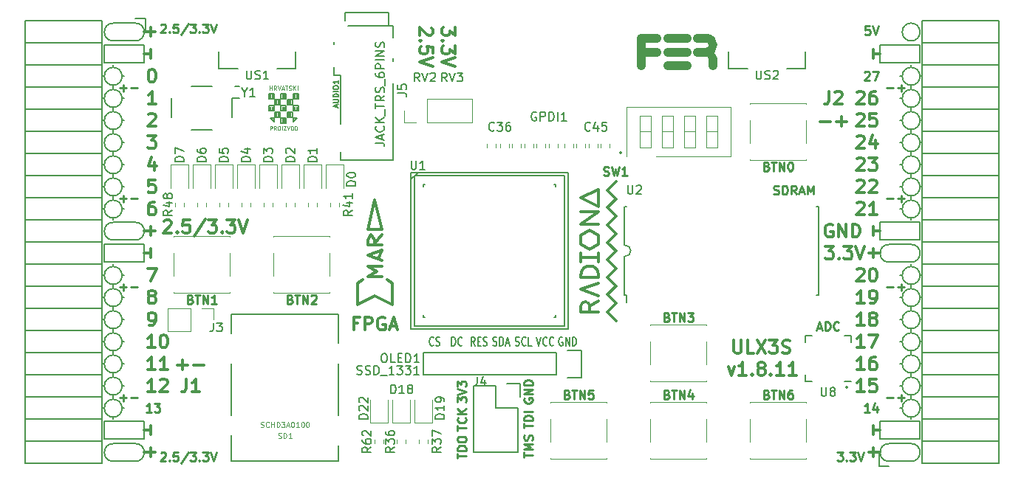
<source format=gto>
G04 #@! TF.GenerationSoftware,KiCad,Pcbnew,5.0.0-rc2+dfsg1-3*
G04 #@! TF.CreationDate,2018-06-08T22:40:50+02:00*
G04 #@! TF.ProjectId,ulx3s,756C7833732E6B696361645F70636200,rev?*
G04 #@! TF.SameCoordinates,Original*
G04 #@! TF.FileFunction,Legend,Top*
G04 #@! TF.FilePolarity,Positive*
%FSLAX46Y46*%
G04 Gerber Fmt 4.6, Leading zero omitted, Abs format (unit mm)*
G04 Created by KiCad (PCBNEW 5.0.0-rc2+dfsg1-3) date Fri Jun  8 22:40:50 2018*
%MOMM*%
%LPD*%
G01*
G04 APERTURE LIST*
%ADD10C,0.200000*%
%ADD11C,0.300000*%
%ADD12C,0.250000*%
%ADD13C,0.150000*%
%ADD14C,1.000000*%
%ADD15C,0.120000*%
%ADD16C,0.152400*%
%ADD17C,0.124460*%
%ADD18C,0.075000*%
G04 APERTURE END LIST*
D10*
X153678000Y-76551000D02*
G75*
G03X153678000Y-76551000I-127000J0D01*
G01*
X179586000Y-103475000D02*
G75*
G03X179586000Y-103475000I-127000J0D01*
G01*
D11*
X134560428Y-62144714D02*
X134560428Y-63073285D01*
X133989000Y-62573285D01*
X133989000Y-62787571D01*
X133917571Y-62930428D01*
X133846142Y-63001857D01*
X133703285Y-63073285D01*
X133346142Y-63073285D01*
X133203285Y-63001857D01*
X133131857Y-62930428D01*
X133060428Y-62787571D01*
X133060428Y-62359000D01*
X133131857Y-62216142D01*
X133203285Y-62144714D01*
X133203285Y-63716142D02*
X133131857Y-63787571D01*
X133060428Y-63716142D01*
X133131857Y-63644714D01*
X133203285Y-63716142D01*
X133060428Y-63716142D01*
X134560428Y-64287571D02*
X134560428Y-65216142D01*
X133989000Y-64716142D01*
X133989000Y-64930428D01*
X133917571Y-65073285D01*
X133846142Y-65144714D01*
X133703285Y-65216142D01*
X133346142Y-65216142D01*
X133203285Y-65144714D01*
X133131857Y-65073285D01*
X133060428Y-64930428D01*
X133060428Y-64501857D01*
X133131857Y-64359000D01*
X133203285Y-64287571D01*
X134560428Y-65644714D02*
X133060428Y-66144714D01*
X134560428Y-66644714D01*
X131877571Y-62216142D02*
X131949000Y-62287571D01*
X132020428Y-62430428D01*
X132020428Y-62787571D01*
X131949000Y-62930428D01*
X131877571Y-63001857D01*
X131734714Y-63073285D01*
X131591857Y-63073285D01*
X131377571Y-63001857D01*
X130520428Y-62144714D01*
X130520428Y-63073285D01*
X130663285Y-63716142D02*
X130591857Y-63787571D01*
X130520428Y-63716142D01*
X130591857Y-63644714D01*
X130663285Y-63716142D01*
X130520428Y-63716142D01*
X132020428Y-65144714D02*
X132020428Y-64430428D01*
X131306142Y-64359000D01*
X131377571Y-64430428D01*
X131449000Y-64573285D01*
X131449000Y-64930428D01*
X131377571Y-65073285D01*
X131306142Y-65144714D01*
X131163285Y-65216142D01*
X130806142Y-65216142D01*
X130663285Y-65144714D01*
X130591857Y-65073285D01*
X130520428Y-64930428D01*
X130520428Y-64573285D01*
X130591857Y-64430428D01*
X130663285Y-64359000D01*
X132020428Y-65644714D02*
X130520428Y-66144714D01*
X132020428Y-66644714D01*
X102760000Y-100897142D02*
X103902857Y-100897142D01*
X103331428Y-101468571D02*
X103331428Y-100325714D01*
X104617142Y-100897142D02*
X105760000Y-100897142D01*
X165878428Y-101121571D02*
X166235571Y-102121571D01*
X166592714Y-101121571D01*
X167949857Y-102121571D02*
X167092714Y-102121571D01*
X167521285Y-102121571D02*
X167521285Y-100621571D01*
X167378428Y-100835857D01*
X167235571Y-100978714D01*
X167092714Y-101050142D01*
X168592714Y-101978714D02*
X168664142Y-102050142D01*
X168592714Y-102121571D01*
X168521285Y-102050142D01*
X168592714Y-101978714D01*
X168592714Y-102121571D01*
X169521285Y-101264428D02*
X169378428Y-101193000D01*
X169307000Y-101121571D01*
X169235571Y-100978714D01*
X169235571Y-100907285D01*
X169307000Y-100764428D01*
X169378428Y-100693000D01*
X169521285Y-100621571D01*
X169807000Y-100621571D01*
X169949857Y-100693000D01*
X170021285Y-100764428D01*
X170092714Y-100907285D01*
X170092714Y-100978714D01*
X170021285Y-101121571D01*
X169949857Y-101193000D01*
X169807000Y-101264428D01*
X169521285Y-101264428D01*
X169378428Y-101335857D01*
X169307000Y-101407285D01*
X169235571Y-101550142D01*
X169235571Y-101835857D01*
X169307000Y-101978714D01*
X169378428Y-102050142D01*
X169521285Y-102121571D01*
X169807000Y-102121571D01*
X169949857Y-102050142D01*
X170021285Y-101978714D01*
X170092714Y-101835857D01*
X170092714Y-101550142D01*
X170021285Y-101407285D01*
X169949857Y-101335857D01*
X169807000Y-101264428D01*
X170735571Y-101978714D02*
X170807000Y-102050142D01*
X170735571Y-102121571D01*
X170664142Y-102050142D01*
X170735571Y-101978714D01*
X170735571Y-102121571D01*
X172235571Y-102121571D02*
X171378428Y-102121571D01*
X171807000Y-102121571D02*
X171807000Y-100621571D01*
X171664142Y-100835857D01*
X171521285Y-100978714D01*
X171378428Y-101050142D01*
X173664142Y-102121571D02*
X172807000Y-102121571D01*
X173235571Y-102121571D02*
X173235571Y-100621571D01*
X173092714Y-100835857D01*
X172949857Y-100978714D01*
X172807000Y-101050142D01*
X182492000Y-87582000D02*
X182492000Y-88598000D01*
X181984000Y-88090000D02*
X183254000Y-88090000D01*
X182492000Y-110442000D02*
X182492000Y-111458000D01*
X183254000Y-110950000D02*
X181984000Y-110950000D01*
X99688000Y-110442000D02*
X99688000Y-111458000D01*
X98926000Y-110950000D02*
X100196000Y-110950000D01*
X99688000Y-62182000D02*
X99688000Y-63198000D01*
X98926000Y-62690000D02*
X100196000Y-62690000D01*
X99688000Y-85042000D02*
X99688000Y-86058000D01*
X98926000Y-85550000D02*
X100196000Y-85550000D01*
D10*
X97910000Y-63706000D02*
G75*
G03X97910000Y-61674000I0J1016000D01*
G01*
X184270000Y-109934000D02*
G75*
G03X184270000Y-111966000I0J-1016000D01*
G01*
X95370000Y-111966000D02*
X97910000Y-111966000D01*
X95370000Y-109934000D02*
X97910000Y-109934000D01*
X97910000Y-111966000D02*
G75*
G03X97910000Y-109934000I0J1016000D01*
G01*
X95370000Y-109934000D02*
G75*
G03X95370000Y-111966000I0J-1016000D01*
G01*
X95370000Y-61674000D02*
X97910000Y-61674000D01*
X95370000Y-63706000D02*
X97910000Y-63706000D01*
X95370000Y-61674000D02*
G75*
G03X95370000Y-63706000I0J-1016000D01*
G01*
X95370000Y-84534000D02*
X97910000Y-84534000D01*
X95370000Y-86566000D02*
X97910000Y-86566000D01*
X95370000Y-84534000D02*
G75*
G03X95370000Y-86566000I0J-1016000D01*
G01*
X97910000Y-86566000D02*
G75*
G03X97910000Y-84534000I0J1016000D01*
G01*
X187826000Y-62690000D02*
G75*
G03X187826000Y-62690000I-1016000J0D01*
G01*
X184270000Y-89106000D02*
X186810000Y-89106000D01*
X184270000Y-87074000D02*
X186810000Y-87074000D01*
X184270000Y-87074000D02*
G75*
G03X184270000Y-89106000I0J-1016000D01*
G01*
X186810000Y-89106000D02*
G75*
G03X186810000Y-87074000I0J1016000D01*
G01*
X186810000Y-111966000D02*
X184270000Y-111966000D01*
X186810000Y-109934000D02*
X184270000Y-109934000D01*
X186810000Y-111966000D02*
G75*
G03X186810000Y-109934000I0J1016000D01*
G01*
X94354000Y-66246000D02*
X94354000Y-64214000D01*
X98926000Y-66246000D02*
X94354000Y-66246000D01*
X98926000Y-64214000D02*
X98926000Y-66246000D01*
X94354000Y-64214000D02*
X98926000Y-64214000D01*
X94354000Y-87074000D02*
X98926000Y-87074000D01*
X94354000Y-89106000D02*
X94354000Y-87074000D01*
X98926000Y-89106000D02*
X94354000Y-89106000D01*
X98926000Y-87074000D02*
X98926000Y-89106000D01*
X94354000Y-109426000D02*
X98926000Y-109426000D01*
X94354000Y-107394000D02*
X94354000Y-109426000D01*
X98926000Y-107394000D02*
X94354000Y-107394000D01*
X98926000Y-109426000D02*
X98926000Y-107394000D01*
X183254000Y-109426000D02*
X187826000Y-109426000D01*
X183254000Y-107394000D02*
X183254000Y-109426000D01*
X187826000Y-107394000D02*
X187826000Y-109426000D01*
X183254000Y-107394000D02*
X187826000Y-107394000D01*
X183254000Y-66246000D02*
X187826000Y-66246000D01*
X183254000Y-64214000D02*
X183254000Y-66246000D01*
X187826000Y-64214000D02*
X183254000Y-64214000D01*
X187826000Y-66246000D02*
X187826000Y-64214000D01*
X183254000Y-84534000D02*
X187826000Y-84534000D01*
X183254000Y-86566000D02*
X183254000Y-84534000D01*
X187826000Y-86566000D02*
X183254000Y-86566000D01*
X187826000Y-84534000D02*
X187826000Y-86566000D01*
D12*
X96148000Y-69111428D02*
X96909904Y-69111428D01*
X96528952Y-69492380D02*
X96528952Y-68730476D01*
X97386095Y-69111428D02*
X98148000Y-69111428D01*
X96148000Y-81811428D02*
X96909904Y-81811428D01*
X96528952Y-82192380D02*
X96528952Y-81430476D01*
X97386095Y-81811428D02*
X98148000Y-81811428D01*
X96148000Y-91971428D02*
X96909904Y-91971428D01*
X96528952Y-92352380D02*
X96528952Y-91590476D01*
X97386095Y-91971428D02*
X98148000Y-91971428D01*
X96148000Y-104671428D02*
X96909904Y-104671428D01*
X96528952Y-105052380D02*
X96528952Y-104290476D01*
X97386095Y-104671428D02*
X98148000Y-104671428D01*
X184032000Y-104671428D02*
X184793904Y-104671428D01*
X185270095Y-104671428D02*
X186032000Y-104671428D01*
X185651047Y-105052380D02*
X185651047Y-104290476D01*
X184032000Y-91971428D02*
X184793904Y-91971428D01*
X185270095Y-91971428D02*
X186032000Y-91971428D01*
X185651047Y-92352380D02*
X185651047Y-91590476D01*
X184032000Y-81811428D02*
X184793904Y-81811428D01*
X185270095Y-81811428D02*
X186032000Y-81811428D01*
X185651047Y-82192380D02*
X185651047Y-81430476D01*
X184032000Y-69111428D02*
X184793904Y-69111428D01*
X185270095Y-69111428D02*
X186032000Y-69111428D01*
X185651047Y-69492380D02*
X185651047Y-68730476D01*
D11*
X176420000Y-72957142D02*
X177562857Y-72957142D01*
X178277142Y-72957142D02*
X179420000Y-72957142D01*
X178848571Y-73528571D02*
X178848571Y-72385714D01*
D10*
X187826000Y-67770000D02*
G75*
G03X187826000Y-67770000I-1016000J0D01*
G01*
X187826000Y-70310000D02*
G75*
G03X187826000Y-70310000I-1016000J0D01*
G01*
X187826000Y-72850000D02*
G75*
G03X187826000Y-72850000I-1016000J0D01*
G01*
X187826000Y-75390000D02*
G75*
G03X187826000Y-75390000I-1016000J0D01*
G01*
X187826000Y-77930000D02*
G75*
G03X187826000Y-77930000I-1016000J0D01*
G01*
X187826000Y-80470000D02*
G75*
G03X187826000Y-80470000I-1016000J0D01*
G01*
X187826000Y-83010000D02*
G75*
G03X187826000Y-83010000I-1016000J0D01*
G01*
X187826000Y-90630000D02*
G75*
G03X187826000Y-90630000I-1016000J0D01*
G01*
X187826000Y-93170000D02*
G75*
G03X187826000Y-93170000I-1016000J0D01*
G01*
X187826000Y-95710000D02*
G75*
G03X187826000Y-95710000I-1016000J0D01*
G01*
X187826000Y-98250000D02*
G75*
G03X187826000Y-98250000I-1016000J0D01*
G01*
X187826000Y-100790000D02*
G75*
G03X187826000Y-100790000I-1016000J0D01*
G01*
X187826000Y-103330000D02*
G75*
G03X187826000Y-103330000I-1016000J0D01*
G01*
X187826000Y-105870000D02*
G75*
G03X187826000Y-105870000I-1016000J0D01*
G01*
X96386000Y-105870000D02*
G75*
G03X96386000Y-105870000I-1016000J0D01*
G01*
X96386000Y-103330000D02*
G75*
G03X96386000Y-103330000I-1016000J0D01*
G01*
X96386000Y-100790000D02*
G75*
G03X96386000Y-100790000I-1016000J0D01*
G01*
X96386000Y-98250000D02*
G75*
G03X96386000Y-98250000I-1016000J0D01*
G01*
X96386000Y-95710000D02*
G75*
G03X96386000Y-95710000I-1016000J0D01*
G01*
X96386000Y-93170000D02*
G75*
G03X96386000Y-93170000I-1016000J0D01*
G01*
X96386000Y-90630000D02*
G75*
G03X96386000Y-90630000I-1016000J0D01*
G01*
X96386000Y-83010000D02*
G75*
G03X96386000Y-83010000I-1016000J0D01*
G01*
X96386000Y-80470000D02*
G75*
G03X96386000Y-80470000I-1016000J0D01*
G01*
X96386000Y-77930000D02*
G75*
G03X96386000Y-77930000I-1016000J0D01*
G01*
X96386000Y-75390000D02*
G75*
G03X96386000Y-75390000I-1016000J0D01*
G01*
X96386000Y-72850000D02*
G75*
G03X96386000Y-72850000I-1016000J0D01*
G01*
X96386000Y-70310000D02*
G75*
G03X96386000Y-70310000I-1016000J0D01*
G01*
X96386000Y-67770000D02*
G75*
G03X96386000Y-67770000I-1016000J0D01*
G01*
D11*
X177793142Y-84800000D02*
X177650285Y-84728571D01*
X177436000Y-84728571D01*
X177221714Y-84800000D01*
X177078857Y-84942857D01*
X177007428Y-85085714D01*
X176936000Y-85371428D01*
X176936000Y-85585714D01*
X177007428Y-85871428D01*
X177078857Y-86014285D01*
X177221714Y-86157142D01*
X177436000Y-86228571D01*
X177578857Y-86228571D01*
X177793142Y-86157142D01*
X177864571Y-86085714D01*
X177864571Y-85585714D01*
X177578857Y-85585714D01*
X178507428Y-86228571D02*
X178507428Y-84728571D01*
X179364571Y-86228571D01*
X179364571Y-84728571D01*
X180078857Y-86228571D02*
X180078857Y-84728571D01*
X180436000Y-84728571D01*
X180650285Y-84800000D01*
X180793142Y-84942857D01*
X180864571Y-85085714D01*
X180936000Y-85371428D01*
X180936000Y-85585714D01*
X180864571Y-85871428D01*
X180793142Y-86014285D01*
X180650285Y-86157142D01*
X180436000Y-86228571D01*
X180078857Y-86228571D01*
X182492000Y-86058000D02*
X182492000Y-85042000D01*
X183254000Y-85550000D02*
X182492000Y-85550000D01*
X182492000Y-107902000D02*
X182492000Y-108918000D01*
X182492000Y-108410000D02*
X183254000Y-108410000D01*
D12*
X182047523Y-106322380D02*
X181476095Y-106322380D01*
X181761809Y-106322380D02*
X181761809Y-105322380D01*
X181666571Y-105465238D01*
X181571333Y-105560476D01*
X181476095Y-105608095D01*
X182904666Y-105655714D02*
X182904666Y-106322380D01*
X182666571Y-105274761D02*
X182428476Y-105989047D01*
X183047523Y-105989047D01*
X181476095Y-67317619D02*
X181523714Y-67270000D01*
X181618952Y-67222380D01*
X181857047Y-67222380D01*
X181952285Y-67270000D01*
X181999904Y-67317619D01*
X182047523Y-67412857D01*
X182047523Y-67508095D01*
X181999904Y-67650952D01*
X181428476Y-68222380D01*
X182047523Y-68222380D01*
X182380857Y-67222380D02*
X183047523Y-67222380D01*
X182618952Y-68222380D01*
D11*
X182492000Y-64722000D02*
X182492000Y-65738000D01*
X182492000Y-65230000D02*
X183254000Y-65230000D01*
X99688000Y-107902000D02*
X99688000Y-108918000D01*
X98926000Y-108410000D02*
X99688000Y-108410000D01*
X99315000Y-74568571D02*
X100243571Y-74568571D01*
X99743571Y-75140000D01*
X99957857Y-75140000D01*
X100100714Y-75211428D01*
X100172142Y-75282857D01*
X100243571Y-75425714D01*
X100243571Y-75782857D01*
X100172142Y-75925714D01*
X100100714Y-75997142D01*
X99957857Y-76068571D01*
X99529285Y-76068571D01*
X99386428Y-75997142D01*
X99315000Y-75925714D01*
X100100714Y-77608571D02*
X100100714Y-78608571D01*
X99743571Y-77037142D02*
X99386428Y-78108571D01*
X100315000Y-78108571D01*
X100172142Y-79648571D02*
X99457857Y-79648571D01*
X99386428Y-80362857D01*
X99457857Y-80291428D01*
X99600714Y-80220000D01*
X99957857Y-80220000D01*
X100100714Y-80291428D01*
X100172142Y-80362857D01*
X100243571Y-80505714D01*
X100243571Y-80862857D01*
X100172142Y-81005714D01*
X100100714Y-81077142D01*
X99957857Y-81148571D01*
X99600714Y-81148571D01*
X99457857Y-81077142D01*
X99386428Y-81005714D01*
D12*
X99751523Y-106322380D02*
X99180095Y-106322380D01*
X99465809Y-106322380D02*
X99465809Y-105322380D01*
X99370571Y-105465238D01*
X99275333Y-105560476D01*
X99180095Y-105608095D01*
X100084857Y-105322380D02*
X100703904Y-105322380D01*
X100370571Y-105703333D01*
X100513428Y-105703333D01*
X100608666Y-105750952D01*
X100656285Y-105798571D01*
X100703904Y-105893809D01*
X100703904Y-106131904D01*
X100656285Y-106227142D01*
X100608666Y-106274761D01*
X100513428Y-106322380D01*
X100227714Y-106322380D01*
X100132476Y-106274761D01*
X100084857Y-106227142D01*
D11*
X99315000Y-89808571D02*
X100315000Y-89808571D01*
X99672142Y-91308571D01*
X99688000Y-87582000D02*
X99688000Y-88598000D01*
X98926000Y-88090000D02*
X99688000Y-88090000D01*
X99688000Y-64722000D02*
X99688000Y-65738000D01*
X98926000Y-65230000D02*
X99688000Y-65230000D01*
D12*
X100817976Y-61874619D02*
X100865595Y-61827000D01*
X100960833Y-61779380D01*
X101198928Y-61779380D01*
X101294166Y-61827000D01*
X101341785Y-61874619D01*
X101389404Y-61969857D01*
X101389404Y-62065095D01*
X101341785Y-62207952D01*
X100770357Y-62779380D01*
X101389404Y-62779380D01*
X101817976Y-62684142D02*
X101865595Y-62731761D01*
X101817976Y-62779380D01*
X101770357Y-62731761D01*
X101817976Y-62684142D01*
X101817976Y-62779380D01*
X102770357Y-61779380D02*
X102294166Y-61779380D01*
X102246547Y-62255571D01*
X102294166Y-62207952D01*
X102389404Y-62160333D01*
X102627500Y-62160333D01*
X102722738Y-62207952D01*
X102770357Y-62255571D01*
X102817976Y-62350809D01*
X102817976Y-62588904D01*
X102770357Y-62684142D01*
X102722738Y-62731761D01*
X102627500Y-62779380D01*
X102389404Y-62779380D01*
X102294166Y-62731761D01*
X102246547Y-62684142D01*
X103960833Y-61731761D02*
X103103690Y-63017476D01*
X104198928Y-61779380D02*
X104817976Y-61779380D01*
X104484642Y-62160333D01*
X104627500Y-62160333D01*
X104722738Y-62207952D01*
X104770357Y-62255571D01*
X104817976Y-62350809D01*
X104817976Y-62588904D01*
X104770357Y-62684142D01*
X104722738Y-62731761D01*
X104627500Y-62779380D01*
X104341785Y-62779380D01*
X104246547Y-62731761D01*
X104198928Y-62684142D01*
X105246547Y-62684142D02*
X105294166Y-62731761D01*
X105246547Y-62779380D01*
X105198928Y-62731761D01*
X105246547Y-62684142D01*
X105246547Y-62779380D01*
X105627500Y-61779380D02*
X106246547Y-61779380D01*
X105913214Y-62160333D01*
X106056071Y-62160333D01*
X106151309Y-62207952D01*
X106198928Y-62255571D01*
X106246547Y-62350809D01*
X106246547Y-62588904D01*
X106198928Y-62684142D01*
X106151309Y-62731761D01*
X106056071Y-62779380D01*
X105770357Y-62779380D01*
X105675119Y-62731761D01*
X105627500Y-62684142D01*
X106532261Y-61779380D02*
X106865595Y-62779380D01*
X107198928Y-61779380D01*
X178360261Y-110910380D02*
X178979309Y-110910380D01*
X178645976Y-111291333D01*
X178788833Y-111291333D01*
X178884071Y-111338952D01*
X178931690Y-111386571D01*
X178979309Y-111481809D01*
X178979309Y-111719904D01*
X178931690Y-111815142D01*
X178884071Y-111862761D01*
X178788833Y-111910380D01*
X178503119Y-111910380D01*
X178407880Y-111862761D01*
X178360261Y-111815142D01*
X179407880Y-111815142D02*
X179455500Y-111862761D01*
X179407880Y-111910380D01*
X179360261Y-111862761D01*
X179407880Y-111815142D01*
X179407880Y-111910380D01*
X179788833Y-110910380D02*
X180407880Y-110910380D01*
X180074547Y-111291333D01*
X180217404Y-111291333D01*
X180312642Y-111338952D01*
X180360261Y-111386571D01*
X180407880Y-111481809D01*
X180407880Y-111719904D01*
X180360261Y-111815142D01*
X180312642Y-111862761D01*
X180217404Y-111910380D01*
X179931690Y-111910380D01*
X179836452Y-111862761D01*
X179788833Y-111815142D01*
X180693595Y-110910380D02*
X181026928Y-111910380D01*
X181360261Y-110910380D01*
D11*
X101199714Y-84381428D02*
X101271142Y-84310000D01*
X101414000Y-84238571D01*
X101771142Y-84238571D01*
X101914000Y-84310000D01*
X101985428Y-84381428D01*
X102056857Y-84524285D01*
X102056857Y-84667142D01*
X101985428Y-84881428D01*
X101128285Y-85738571D01*
X102056857Y-85738571D01*
X102699714Y-85595714D02*
X102771142Y-85667142D01*
X102699714Y-85738571D01*
X102628285Y-85667142D01*
X102699714Y-85595714D01*
X102699714Y-85738571D01*
X104128285Y-84238571D02*
X103414000Y-84238571D01*
X103342571Y-84952857D01*
X103414000Y-84881428D01*
X103556857Y-84810000D01*
X103914000Y-84810000D01*
X104056857Y-84881428D01*
X104128285Y-84952857D01*
X104199714Y-85095714D01*
X104199714Y-85452857D01*
X104128285Y-85595714D01*
X104056857Y-85667142D01*
X103914000Y-85738571D01*
X103556857Y-85738571D01*
X103414000Y-85667142D01*
X103342571Y-85595714D01*
X105914000Y-84167142D02*
X104628285Y-86095714D01*
X106271142Y-84238571D02*
X107199714Y-84238571D01*
X106699714Y-84810000D01*
X106914000Y-84810000D01*
X107056857Y-84881428D01*
X107128285Y-84952857D01*
X107199714Y-85095714D01*
X107199714Y-85452857D01*
X107128285Y-85595714D01*
X107056857Y-85667142D01*
X106914000Y-85738571D01*
X106485428Y-85738571D01*
X106342571Y-85667142D01*
X106271142Y-85595714D01*
X107842571Y-85595714D02*
X107914000Y-85667142D01*
X107842571Y-85738571D01*
X107771142Y-85667142D01*
X107842571Y-85595714D01*
X107842571Y-85738571D01*
X108414000Y-84238571D02*
X109342571Y-84238571D01*
X108842571Y-84810000D01*
X109056857Y-84810000D01*
X109199714Y-84881428D01*
X109271142Y-84952857D01*
X109342571Y-85095714D01*
X109342571Y-85452857D01*
X109271142Y-85595714D01*
X109199714Y-85667142D01*
X109056857Y-85738571D01*
X108628285Y-85738571D01*
X108485428Y-85667142D01*
X108414000Y-85595714D01*
X109771142Y-84238571D02*
X110271142Y-85738571D01*
X110771142Y-84238571D01*
D12*
X100817976Y-111023619D02*
X100865595Y-110976000D01*
X100960833Y-110928380D01*
X101198928Y-110928380D01*
X101294166Y-110976000D01*
X101341785Y-111023619D01*
X101389404Y-111118857D01*
X101389404Y-111214095D01*
X101341785Y-111356952D01*
X100770357Y-111928380D01*
X101389404Y-111928380D01*
X101817976Y-111833142D02*
X101865595Y-111880761D01*
X101817976Y-111928380D01*
X101770357Y-111880761D01*
X101817976Y-111833142D01*
X101817976Y-111928380D01*
X102770357Y-110928380D02*
X102294166Y-110928380D01*
X102246547Y-111404571D01*
X102294166Y-111356952D01*
X102389404Y-111309333D01*
X102627500Y-111309333D01*
X102722738Y-111356952D01*
X102770357Y-111404571D01*
X102817976Y-111499809D01*
X102817976Y-111737904D01*
X102770357Y-111833142D01*
X102722738Y-111880761D01*
X102627500Y-111928380D01*
X102389404Y-111928380D01*
X102294166Y-111880761D01*
X102246547Y-111833142D01*
X103960833Y-110880761D02*
X103103690Y-112166476D01*
X104198928Y-110928380D02*
X104817976Y-110928380D01*
X104484642Y-111309333D01*
X104627500Y-111309333D01*
X104722738Y-111356952D01*
X104770357Y-111404571D01*
X104817976Y-111499809D01*
X104817976Y-111737904D01*
X104770357Y-111833142D01*
X104722738Y-111880761D01*
X104627500Y-111928380D01*
X104341785Y-111928380D01*
X104246547Y-111880761D01*
X104198928Y-111833142D01*
X105246547Y-111833142D02*
X105294166Y-111880761D01*
X105246547Y-111928380D01*
X105198928Y-111880761D01*
X105246547Y-111833142D01*
X105246547Y-111928380D01*
X105627500Y-110928380D02*
X106246547Y-110928380D01*
X105913214Y-111309333D01*
X106056071Y-111309333D01*
X106151309Y-111356952D01*
X106198928Y-111404571D01*
X106246547Y-111499809D01*
X106246547Y-111737904D01*
X106198928Y-111833142D01*
X106151309Y-111880761D01*
X106056071Y-111928380D01*
X105770357Y-111928380D01*
X105675119Y-111880761D01*
X105627500Y-111833142D01*
X106532261Y-110928380D02*
X106865595Y-111928380D01*
X107198928Y-110928380D01*
X182047523Y-62015380D02*
X181571333Y-62015380D01*
X181523714Y-62491571D01*
X181571333Y-62443952D01*
X181666571Y-62396333D01*
X181904666Y-62396333D01*
X181999904Y-62443952D01*
X182047523Y-62491571D01*
X182095142Y-62586809D01*
X182095142Y-62824904D01*
X182047523Y-62920142D01*
X181999904Y-62967761D01*
X181904666Y-63015380D01*
X181666571Y-63015380D01*
X181571333Y-62967761D01*
X181523714Y-62920142D01*
X182380857Y-62015380D02*
X182714190Y-63015380D01*
X183047523Y-62015380D01*
D11*
X180587142Y-69631428D02*
X180658571Y-69560000D01*
X180801428Y-69488571D01*
X181158571Y-69488571D01*
X181301428Y-69560000D01*
X181372857Y-69631428D01*
X181444285Y-69774285D01*
X181444285Y-69917142D01*
X181372857Y-70131428D01*
X180515714Y-70988571D01*
X181444285Y-70988571D01*
X182730000Y-69488571D02*
X182444285Y-69488571D01*
X182301428Y-69560000D01*
X182230000Y-69631428D01*
X182087142Y-69845714D01*
X182015714Y-70131428D01*
X182015714Y-70702857D01*
X182087142Y-70845714D01*
X182158571Y-70917142D01*
X182301428Y-70988571D01*
X182587142Y-70988571D01*
X182730000Y-70917142D01*
X182801428Y-70845714D01*
X182872857Y-70702857D01*
X182872857Y-70345714D01*
X182801428Y-70202857D01*
X182730000Y-70131428D01*
X182587142Y-70060000D01*
X182301428Y-70060000D01*
X182158571Y-70131428D01*
X182087142Y-70202857D01*
X182015714Y-70345714D01*
X180587142Y-72171428D02*
X180658571Y-72100000D01*
X180801428Y-72028571D01*
X181158571Y-72028571D01*
X181301428Y-72100000D01*
X181372857Y-72171428D01*
X181444285Y-72314285D01*
X181444285Y-72457142D01*
X181372857Y-72671428D01*
X180515714Y-73528571D01*
X181444285Y-73528571D01*
X182801428Y-72028571D02*
X182087142Y-72028571D01*
X182015714Y-72742857D01*
X182087142Y-72671428D01*
X182230000Y-72600000D01*
X182587142Y-72600000D01*
X182730000Y-72671428D01*
X182801428Y-72742857D01*
X182872857Y-72885714D01*
X182872857Y-73242857D01*
X182801428Y-73385714D01*
X182730000Y-73457142D01*
X182587142Y-73528571D01*
X182230000Y-73528571D01*
X182087142Y-73457142D01*
X182015714Y-73385714D01*
X180587142Y-74711428D02*
X180658571Y-74640000D01*
X180801428Y-74568571D01*
X181158571Y-74568571D01*
X181301428Y-74640000D01*
X181372857Y-74711428D01*
X181444285Y-74854285D01*
X181444285Y-74997142D01*
X181372857Y-75211428D01*
X180515714Y-76068571D01*
X181444285Y-76068571D01*
X182730000Y-75068571D02*
X182730000Y-76068571D01*
X182372857Y-74497142D02*
X182015714Y-75568571D01*
X182944285Y-75568571D01*
X180587142Y-77251428D02*
X180658571Y-77180000D01*
X180801428Y-77108571D01*
X181158571Y-77108571D01*
X181301428Y-77180000D01*
X181372857Y-77251428D01*
X181444285Y-77394285D01*
X181444285Y-77537142D01*
X181372857Y-77751428D01*
X180515714Y-78608571D01*
X181444285Y-78608571D01*
X181944285Y-77108571D02*
X182872857Y-77108571D01*
X182372857Y-77680000D01*
X182587142Y-77680000D01*
X182730000Y-77751428D01*
X182801428Y-77822857D01*
X182872857Y-77965714D01*
X182872857Y-78322857D01*
X182801428Y-78465714D01*
X182730000Y-78537142D01*
X182587142Y-78608571D01*
X182158571Y-78608571D01*
X182015714Y-78537142D01*
X181944285Y-78465714D01*
X180587142Y-79791428D02*
X180658571Y-79720000D01*
X180801428Y-79648571D01*
X181158571Y-79648571D01*
X181301428Y-79720000D01*
X181372857Y-79791428D01*
X181444285Y-79934285D01*
X181444285Y-80077142D01*
X181372857Y-80291428D01*
X180515714Y-81148571D01*
X181444285Y-81148571D01*
X182015714Y-79791428D02*
X182087142Y-79720000D01*
X182230000Y-79648571D01*
X182587142Y-79648571D01*
X182730000Y-79720000D01*
X182801428Y-79791428D01*
X182872857Y-79934285D01*
X182872857Y-80077142D01*
X182801428Y-80291428D01*
X181944285Y-81148571D01*
X182872857Y-81148571D01*
X180587142Y-82331428D02*
X180658571Y-82260000D01*
X180801428Y-82188571D01*
X181158571Y-82188571D01*
X181301428Y-82260000D01*
X181372857Y-82331428D01*
X181444285Y-82474285D01*
X181444285Y-82617142D01*
X181372857Y-82831428D01*
X180515714Y-83688571D01*
X181444285Y-83688571D01*
X182872857Y-83688571D02*
X182015714Y-83688571D01*
X182444285Y-83688571D02*
X182444285Y-82188571D01*
X182301428Y-82402857D01*
X182158571Y-82545714D01*
X182015714Y-82617142D01*
X176975714Y-87268571D02*
X177904285Y-87268571D01*
X177404285Y-87840000D01*
X177618571Y-87840000D01*
X177761428Y-87911428D01*
X177832857Y-87982857D01*
X177904285Y-88125714D01*
X177904285Y-88482857D01*
X177832857Y-88625714D01*
X177761428Y-88697142D01*
X177618571Y-88768571D01*
X177190000Y-88768571D01*
X177047142Y-88697142D01*
X176975714Y-88625714D01*
X178547142Y-88625714D02*
X178618571Y-88697142D01*
X178547142Y-88768571D01*
X178475714Y-88697142D01*
X178547142Y-88625714D01*
X178547142Y-88768571D01*
X179118571Y-87268571D02*
X180047142Y-87268571D01*
X179547142Y-87840000D01*
X179761428Y-87840000D01*
X179904285Y-87911428D01*
X179975714Y-87982857D01*
X180047142Y-88125714D01*
X180047142Y-88482857D01*
X179975714Y-88625714D01*
X179904285Y-88697142D01*
X179761428Y-88768571D01*
X179332857Y-88768571D01*
X179190000Y-88697142D01*
X179118571Y-88625714D01*
X180475714Y-87268571D02*
X180975714Y-88768571D01*
X181475714Y-87268571D01*
X180587142Y-89951428D02*
X180658571Y-89880000D01*
X180801428Y-89808571D01*
X181158571Y-89808571D01*
X181301428Y-89880000D01*
X181372857Y-89951428D01*
X181444285Y-90094285D01*
X181444285Y-90237142D01*
X181372857Y-90451428D01*
X180515714Y-91308571D01*
X181444285Y-91308571D01*
X182372857Y-89808571D02*
X182515714Y-89808571D01*
X182658571Y-89880000D01*
X182730000Y-89951428D01*
X182801428Y-90094285D01*
X182872857Y-90380000D01*
X182872857Y-90737142D01*
X182801428Y-91022857D01*
X182730000Y-91165714D01*
X182658571Y-91237142D01*
X182515714Y-91308571D01*
X182372857Y-91308571D01*
X182230000Y-91237142D01*
X182158571Y-91165714D01*
X182087142Y-91022857D01*
X182015714Y-90737142D01*
X182015714Y-90380000D01*
X182087142Y-90094285D01*
X182158571Y-89951428D01*
X182230000Y-89880000D01*
X182372857Y-89808571D01*
X181444285Y-93848571D02*
X180587142Y-93848571D01*
X181015714Y-93848571D02*
X181015714Y-92348571D01*
X180872857Y-92562857D01*
X180730000Y-92705714D01*
X180587142Y-92777142D01*
X182158571Y-93848571D02*
X182444285Y-93848571D01*
X182587142Y-93777142D01*
X182658571Y-93705714D01*
X182801428Y-93491428D01*
X182872857Y-93205714D01*
X182872857Y-92634285D01*
X182801428Y-92491428D01*
X182730000Y-92420000D01*
X182587142Y-92348571D01*
X182301428Y-92348571D01*
X182158571Y-92420000D01*
X182087142Y-92491428D01*
X182015714Y-92634285D01*
X182015714Y-92991428D01*
X182087142Y-93134285D01*
X182158571Y-93205714D01*
X182301428Y-93277142D01*
X182587142Y-93277142D01*
X182730000Y-93205714D01*
X182801428Y-93134285D01*
X182872857Y-92991428D01*
X181444285Y-96388571D02*
X180587142Y-96388571D01*
X181015714Y-96388571D02*
X181015714Y-94888571D01*
X180872857Y-95102857D01*
X180730000Y-95245714D01*
X180587142Y-95317142D01*
X182301428Y-95531428D02*
X182158571Y-95460000D01*
X182087142Y-95388571D01*
X182015714Y-95245714D01*
X182015714Y-95174285D01*
X182087142Y-95031428D01*
X182158571Y-94960000D01*
X182301428Y-94888571D01*
X182587142Y-94888571D01*
X182730000Y-94960000D01*
X182801428Y-95031428D01*
X182872857Y-95174285D01*
X182872857Y-95245714D01*
X182801428Y-95388571D01*
X182730000Y-95460000D01*
X182587142Y-95531428D01*
X182301428Y-95531428D01*
X182158571Y-95602857D01*
X182087142Y-95674285D01*
X182015714Y-95817142D01*
X182015714Y-96102857D01*
X182087142Y-96245714D01*
X182158571Y-96317142D01*
X182301428Y-96388571D01*
X182587142Y-96388571D01*
X182730000Y-96317142D01*
X182801428Y-96245714D01*
X182872857Y-96102857D01*
X182872857Y-95817142D01*
X182801428Y-95674285D01*
X182730000Y-95602857D01*
X182587142Y-95531428D01*
X181444285Y-98928571D02*
X180587142Y-98928571D01*
X181015714Y-98928571D02*
X181015714Y-97428571D01*
X180872857Y-97642857D01*
X180730000Y-97785714D01*
X180587142Y-97857142D01*
X181944285Y-97428571D02*
X182944285Y-97428571D01*
X182301428Y-98928571D01*
X181444285Y-101468571D02*
X180587142Y-101468571D01*
X181015714Y-101468571D02*
X181015714Y-99968571D01*
X180872857Y-100182857D01*
X180730000Y-100325714D01*
X180587142Y-100397142D01*
X182730000Y-99968571D02*
X182444285Y-99968571D01*
X182301428Y-100040000D01*
X182230000Y-100111428D01*
X182087142Y-100325714D01*
X182015714Y-100611428D01*
X182015714Y-101182857D01*
X182087142Y-101325714D01*
X182158571Y-101397142D01*
X182301428Y-101468571D01*
X182587142Y-101468571D01*
X182730000Y-101397142D01*
X182801428Y-101325714D01*
X182872857Y-101182857D01*
X182872857Y-100825714D01*
X182801428Y-100682857D01*
X182730000Y-100611428D01*
X182587142Y-100540000D01*
X182301428Y-100540000D01*
X182158571Y-100611428D01*
X182087142Y-100682857D01*
X182015714Y-100825714D01*
X181444285Y-104008571D02*
X180587142Y-104008571D01*
X181015714Y-104008571D02*
X181015714Y-102508571D01*
X180872857Y-102722857D01*
X180730000Y-102865714D01*
X180587142Y-102937142D01*
X182801428Y-102508571D02*
X182087142Y-102508571D01*
X182015714Y-103222857D01*
X182087142Y-103151428D01*
X182230000Y-103080000D01*
X182587142Y-103080000D01*
X182730000Y-103151428D01*
X182801428Y-103222857D01*
X182872857Y-103365714D01*
X182872857Y-103722857D01*
X182801428Y-103865714D01*
X182730000Y-103937142D01*
X182587142Y-104008571D01*
X182230000Y-104008571D01*
X182087142Y-103937142D01*
X182015714Y-103865714D01*
D10*
X186810000Y-66500000D02*
X186810000Y-66754000D01*
X187826000Y-67770000D02*
X188080000Y-67770000D01*
X185540000Y-67770000D02*
X185794000Y-67770000D01*
X186810000Y-69294000D02*
X186810000Y-68786000D01*
X187826000Y-70310000D02*
X188080000Y-70310000D01*
X185540000Y-70310000D02*
X185794000Y-70310000D01*
X186810000Y-71326000D02*
X186810000Y-71834000D01*
X187826000Y-72850000D02*
X188080000Y-72850000D01*
X185540000Y-72850000D02*
X185794000Y-72850000D01*
X186810000Y-73866000D02*
X186810000Y-74374000D01*
X187826000Y-75390000D02*
X188080000Y-75390000D01*
X185540000Y-75390000D02*
X185794000Y-75390000D01*
X186810000Y-76406000D02*
X186810000Y-76914000D01*
X187826000Y-77930000D02*
X188080000Y-77930000D01*
X185540000Y-77930000D02*
X185794000Y-77930000D01*
X186810000Y-79454000D02*
X186810000Y-78946000D01*
X187826000Y-80470000D02*
X188080000Y-80470000D01*
X185540000Y-80470000D02*
X185794000Y-80470000D01*
X186810000Y-81994000D02*
X186810000Y-81486000D01*
X187826000Y-83010000D02*
X188080000Y-83010000D01*
X185540000Y-83010000D02*
X185794000Y-83010000D01*
X186810000Y-84026000D02*
X186810000Y-84280000D01*
X186810000Y-89360000D02*
X186810000Y-89614000D01*
X187826000Y-90630000D02*
X188080000Y-90630000D01*
X185540000Y-90630000D02*
X185794000Y-90630000D01*
X186810000Y-91646000D02*
X186810000Y-92154000D01*
X187826000Y-93170000D02*
X188080000Y-93170000D01*
X185540000Y-93170000D02*
X185794000Y-93170000D01*
X186810000Y-94186000D02*
X186810000Y-94694000D01*
X187826000Y-95710000D02*
X188080000Y-95710000D01*
X185540000Y-95710000D02*
X185794000Y-95710000D01*
X186810000Y-97234000D02*
X186810000Y-96726000D01*
X187826000Y-98250000D02*
X188080000Y-98250000D01*
X185540000Y-98250000D02*
X185794000Y-98250000D01*
X187826000Y-100790000D02*
X188080000Y-100790000D01*
X185540000Y-100790000D02*
X185794000Y-100790000D01*
X186810000Y-99266000D02*
X186810000Y-99774000D01*
X186810000Y-102314000D02*
X186810000Y-101806000D01*
X187826000Y-103330000D02*
X188080000Y-103330000D01*
X185540000Y-103330000D02*
X185794000Y-103330000D01*
X186810000Y-104346000D02*
X186810000Y-104854000D01*
X185540000Y-105870000D02*
X185794000Y-105870000D01*
X187826000Y-105870000D02*
X188080000Y-105870000D01*
X186810000Y-106886000D02*
X186810000Y-107140000D01*
X95370000Y-66754000D02*
X95370000Y-66500000D01*
X96386000Y-67770000D02*
X96640000Y-67770000D01*
X94100000Y-67770000D02*
X94354000Y-67770000D01*
X95370000Y-68786000D02*
X95370000Y-69294000D01*
X96386000Y-70310000D02*
X96640000Y-70310000D01*
X94100000Y-70310000D02*
X94354000Y-70310000D01*
X95370000Y-71326000D02*
X95370000Y-71834000D01*
X96386000Y-72850000D02*
X96640000Y-72850000D01*
X94100000Y-72850000D02*
X94354000Y-72850000D01*
X95370000Y-73866000D02*
X95370000Y-74374000D01*
X96386000Y-75390000D02*
X96640000Y-75390000D01*
X95370000Y-76406000D02*
X95370000Y-76914000D01*
X96386000Y-77930000D02*
X96640000Y-77930000D01*
X94100000Y-77930000D02*
X94354000Y-77930000D01*
X95370000Y-79454000D02*
X95370000Y-78946000D01*
X96386000Y-80470000D02*
X96640000Y-80470000D01*
X94100000Y-80470000D02*
X94354000Y-80470000D01*
X95370000Y-81486000D02*
X95370000Y-81994000D01*
X96386000Y-83010000D02*
X96640000Y-83010000D01*
X95370000Y-84026000D02*
X95370000Y-84280000D01*
X94100000Y-83010000D02*
X94354000Y-83010000D01*
X95370000Y-106886000D02*
X95370000Y-107140000D01*
X95370000Y-89360000D02*
X95370000Y-89614000D01*
X96386000Y-93170000D02*
X96640000Y-93170000D01*
X94100000Y-93170000D02*
X94354000Y-93170000D01*
X95370000Y-94186000D02*
X95370000Y-94694000D01*
X94100000Y-90630000D02*
X94354000Y-90630000D01*
X96386000Y-90630000D02*
X96640000Y-90630000D01*
X95370000Y-92154000D02*
X95370000Y-91646000D01*
X96386000Y-95710000D02*
X96640000Y-95710000D01*
X94100000Y-95710000D02*
X94354000Y-95710000D01*
X96386000Y-98250000D02*
X96640000Y-98250000D01*
X94354000Y-98250000D02*
X94100000Y-98250000D01*
X95370000Y-96726000D02*
X95370000Y-97234000D01*
X95370000Y-99266000D02*
X95370000Y-99774000D01*
X94100000Y-100790000D02*
X94354000Y-100790000D01*
X96386000Y-100790000D02*
X96640000Y-100790000D01*
X94100000Y-103330000D02*
X94354000Y-103330000D01*
X96386000Y-103330000D02*
X96640000Y-103330000D01*
X95370000Y-101806000D02*
X95370000Y-102314000D01*
X95370000Y-104346000D02*
X95370000Y-104854000D01*
X96386000Y-105870000D02*
X96640000Y-105870000D01*
X94100000Y-105870000D02*
X94354000Y-105870000D01*
D11*
X100164285Y-104008571D02*
X99307142Y-104008571D01*
X99735714Y-104008571D02*
X99735714Y-102508571D01*
X99592857Y-102722857D01*
X99450000Y-102865714D01*
X99307142Y-102937142D01*
X100735714Y-102651428D02*
X100807142Y-102580000D01*
X100950000Y-102508571D01*
X101307142Y-102508571D01*
X101450000Y-102580000D01*
X101521428Y-102651428D01*
X101592857Y-102794285D01*
X101592857Y-102937142D01*
X101521428Y-103151428D01*
X100664285Y-104008571D01*
X101592857Y-104008571D01*
X100164285Y-101468571D02*
X99307142Y-101468571D01*
X99735714Y-101468571D02*
X99735714Y-99968571D01*
X99592857Y-100182857D01*
X99450000Y-100325714D01*
X99307142Y-100397142D01*
X101592857Y-101468571D02*
X100735714Y-101468571D01*
X101164285Y-101468571D02*
X101164285Y-99968571D01*
X101021428Y-100182857D01*
X100878571Y-100325714D01*
X100735714Y-100397142D01*
X100164285Y-98928571D02*
X99307142Y-98928571D01*
X99735714Y-98928571D02*
X99735714Y-97428571D01*
X99592857Y-97642857D01*
X99450000Y-97785714D01*
X99307142Y-97857142D01*
X101092857Y-97428571D02*
X101235714Y-97428571D01*
X101378571Y-97500000D01*
X101450000Y-97571428D01*
X101521428Y-97714285D01*
X101592857Y-98000000D01*
X101592857Y-98357142D01*
X101521428Y-98642857D01*
X101450000Y-98785714D01*
X101378571Y-98857142D01*
X101235714Y-98928571D01*
X101092857Y-98928571D01*
X100950000Y-98857142D01*
X100878571Y-98785714D01*
X100807142Y-98642857D01*
X100735714Y-98357142D01*
X100735714Y-98000000D01*
X100807142Y-97714285D01*
X100878571Y-97571428D01*
X100950000Y-97500000D01*
X101092857Y-97428571D01*
X99529285Y-96388571D02*
X99815000Y-96388571D01*
X99957857Y-96317142D01*
X100029285Y-96245714D01*
X100172142Y-96031428D01*
X100243571Y-95745714D01*
X100243571Y-95174285D01*
X100172142Y-95031428D01*
X100100714Y-94960000D01*
X99957857Y-94888571D01*
X99672142Y-94888571D01*
X99529285Y-94960000D01*
X99457857Y-95031428D01*
X99386428Y-95174285D01*
X99386428Y-95531428D01*
X99457857Y-95674285D01*
X99529285Y-95745714D01*
X99672142Y-95817142D01*
X99957857Y-95817142D01*
X100100714Y-95745714D01*
X100172142Y-95674285D01*
X100243571Y-95531428D01*
X99672142Y-92991428D02*
X99529285Y-92920000D01*
X99457857Y-92848571D01*
X99386428Y-92705714D01*
X99386428Y-92634285D01*
X99457857Y-92491428D01*
X99529285Y-92420000D01*
X99672142Y-92348571D01*
X99957857Y-92348571D01*
X100100714Y-92420000D01*
X100172142Y-92491428D01*
X100243571Y-92634285D01*
X100243571Y-92705714D01*
X100172142Y-92848571D01*
X100100714Y-92920000D01*
X99957857Y-92991428D01*
X99672142Y-92991428D01*
X99529285Y-93062857D01*
X99457857Y-93134285D01*
X99386428Y-93277142D01*
X99386428Y-93562857D01*
X99457857Y-93705714D01*
X99529285Y-93777142D01*
X99672142Y-93848571D01*
X99957857Y-93848571D01*
X100100714Y-93777142D01*
X100172142Y-93705714D01*
X100243571Y-93562857D01*
X100243571Y-93277142D01*
X100172142Y-93134285D01*
X100100714Y-93062857D01*
X99957857Y-92991428D01*
X100100714Y-82188571D02*
X99815000Y-82188571D01*
X99672142Y-82260000D01*
X99600714Y-82331428D01*
X99457857Y-82545714D01*
X99386428Y-82831428D01*
X99386428Y-83402857D01*
X99457857Y-83545714D01*
X99529285Y-83617142D01*
X99672142Y-83688571D01*
X99957857Y-83688571D01*
X100100714Y-83617142D01*
X100172142Y-83545714D01*
X100243571Y-83402857D01*
X100243571Y-83045714D01*
X100172142Y-82902857D01*
X100100714Y-82831428D01*
X99957857Y-82760000D01*
X99672142Y-82760000D01*
X99529285Y-82831428D01*
X99457857Y-82902857D01*
X99386428Y-83045714D01*
X99386428Y-72171428D02*
X99457857Y-72100000D01*
X99600714Y-72028571D01*
X99957857Y-72028571D01*
X100100714Y-72100000D01*
X100172142Y-72171428D01*
X100243571Y-72314285D01*
X100243571Y-72457142D01*
X100172142Y-72671428D01*
X99315000Y-73528571D01*
X100243571Y-73528571D01*
X100243571Y-70988571D02*
X99386428Y-70988571D01*
X99815000Y-70988571D02*
X99815000Y-69488571D01*
X99672142Y-69702857D01*
X99529285Y-69845714D01*
X99386428Y-69917142D01*
X99743571Y-66948571D02*
X99886428Y-66948571D01*
X100029285Y-67020000D01*
X100100714Y-67091428D01*
X100172142Y-67234285D01*
X100243571Y-67520000D01*
X100243571Y-67877142D01*
X100172142Y-68162857D01*
X100100714Y-68305714D01*
X100029285Y-68377142D01*
X99886428Y-68448571D01*
X99743571Y-68448571D01*
X99600714Y-68377142D01*
X99529285Y-68305714D01*
X99457857Y-68162857D01*
X99386428Y-67877142D01*
X99386428Y-67520000D01*
X99457857Y-67234285D01*
X99529285Y-67091428D01*
X99600714Y-67020000D01*
X99743571Y-66948571D01*
X166501428Y-98081571D02*
X166501428Y-99295857D01*
X166572857Y-99438714D01*
X166644285Y-99510142D01*
X166787142Y-99581571D01*
X167072857Y-99581571D01*
X167215714Y-99510142D01*
X167287142Y-99438714D01*
X167358571Y-99295857D01*
X167358571Y-98081571D01*
X168787142Y-99581571D02*
X168072857Y-99581571D01*
X168072857Y-98081571D01*
X169144285Y-98081571D02*
X170144285Y-99581571D01*
X170144285Y-98081571D02*
X169144285Y-99581571D01*
X170572857Y-98081571D02*
X171501428Y-98081571D01*
X171001428Y-98653000D01*
X171215714Y-98653000D01*
X171358571Y-98724428D01*
X171430000Y-98795857D01*
X171501428Y-98938714D01*
X171501428Y-99295857D01*
X171430000Y-99438714D01*
X171358571Y-99510142D01*
X171215714Y-99581571D01*
X170787142Y-99581571D01*
X170644285Y-99510142D01*
X170572857Y-99438714D01*
X172072857Y-99510142D02*
X172287142Y-99581571D01*
X172644285Y-99581571D01*
X172787142Y-99510142D01*
X172858571Y-99438714D01*
X172930000Y-99295857D01*
X172930000Y-99153000D01*
X172858571Y-99010142D01*
X172787142Y-98938714D01*
X172644285Y-98867285D01*
X172358571Y-98795857D01*
X172215714Y-98724428D01*
X172144285Y-98653000D01*
X172072857Y-98510142D01*
X172072857Y-98367285D01*
X172144285Y-98224428D01*
X172215714Y-98153000D01*
X172358571Y-98081571D01*
X172715714Y-98081571D01*
X172930000Y-98153000D01*
X123413428Y-96110857D02*
X122913428Y-96110857D01*
X122913428Y-96896571D02*
X122913428Y-95396571D01*
X123627714Y-95396571D01*
X124199142Y-96896571D02*
X124199142Y-95396571D01*
X124770571Y-95396571D01*
X124913428Y-95468000D01*
X124984857Y-95539428D01*
X125056285Y-95682285D01*
X125056285Y-95896571D01*
X124984857Y-96039428D01*
X124913428Y-96110857D01*
X124770571Y-96182285D01*
X124199142Y-96182285D01*
X126484857Y-95468000D02*
X126342000Y-95396571D01*
X126127714Y-95396571D01*
X125913428Y-95468000D01*
X125770571Y-95610857D01*
X125699142Y-95753714D01*
X125627714Y-96039428D01*
X125627714Y-96253714D01*
X125699142Y-96539428D01*
X125770571Y-96682285D01*
X125913428Y-96825142D01*
X126127714Y-96896571D01*
X126270571Y-96896571D01*
X126484857Y-96825142D01*
X126556285Y-96753714D01*
X126556285Y-96253714D01*
X126270571Y-96253714D01*
X127127714Y-96468000D02*
X127842000Y-96468000D01*
X126984857Y-96896571D02*
X127484857Y-95396571D01*
X127984857Y-96896571D01*
D12*
X171077285Y-81273761D02*
X171220142Y-81321380D01*
X171458238Y-81321380D01*
X171553476Y-81273761D01*
X171601095Y-81226142D01*
X171648714Y-81130904D01*
X171648714Y-81035666D01*
X171601095Y-80940428D01*
X171553476Y-80892809D01*
X171458238Y-80845190D01*
X171267761Y-80797571D01*
X171172523Y-80749952D01*
X171124904Y-80702333D01*
X171077285Y-80607095D01*
X171077285Y-80511857D01*
X171124904Y-80416619D01*
X171172523Y-80369000D01*
X171267761Y-80321380D01*
X171505857Y-80321380D01*
X171648714Y-80369000D01*
X172077285Y-81321380D02*
X172077285Y-80321380D01*
X172315380Y-80321380D01*
X172458238Y-80369000D01*
X172553476Y-80464238D01*
X172601095Y-80559476D01*
X172648714Y-80749952D01*
X172648714Y-80892809D01*
X172601095Y-81083285D01*
X172553476Y-81178523D01*
X172458238Y-81273761D01*
X172315380Y-81321380D01*
X172077285Y-81321380D01*
X173648714Y-81321380D02*
X173315380Y-80845190D01*
X173077285Y-81321380D02*
X173077285Y-80321380D01*
X173458238Y-80321380D01*
X173553476Y-80369000D01*
X173601095Y-80416619D01*
X173648714Y-80511857D01*
X173648714Y-80654714D01*
X173601095Y-80749952D01*
X173553476Y-80797571D01*
X173458238Y-80845190D01*
X173077285Y-80845190D01*
X174029666Y-81035666D02*
X174505857Y-81035666D01*
X173934428Y-81321380D02*
X174267761Y-80321380D01*
X174601095Y-81321380D01*
X174934428Y-81321380D02*
X174934428Y-80321380D01*
X175267761Y-81035666D01*
X175601095Y-80321380D01*
X175601095Y-81321380D01*
X176061904Y-96656666D02*
X176538095Y-96656666D01*
X175966666Y-96942380D02*
X176300000Y-95942380D01*
X176633333Y-96942380D01*
X176966666Y-96942380D02*
X176966666Y-95942380D01*
X177204761Y-95942380D01*
X177347619Y-95990000D01*
X177442857Y-96085238D01*
X177490476Y-96180476D01*
X177538095Y-96370952D01*
X177538095Y-96513809D01*
X177490476Y-96704285D01*
X177442857Y-96799523D01*
X177347619Y-96894761D01*
X177204761Y-96942380D01*
X176966666Y-96942380D01*
X178538095Y-96847142D02*
X178490476Y-96894761D01*
X178347619Y-96942380D01*
X178252380Y-96942380D01*
X178109523Y-96894761D01*
X178014285Y-96799523D01*
X177966666Y-96704285D01*
X177919047Y-96513809D01*
X177919047Y-96370952D01*
X177966666Y-96180476D01*
X178014285Y-96085238D01*
X178109523Y-95990000D01*
X178252380Y-95942380D01*
X178347619Y-95942380D01*
X178490476Y-95990000D01*
X178538095Y-96037619D01*
X142447380Y-111521333D02*
X142447380Y-110949904D01*
X143447380Y-111235619D02*
X142447380Y-111235619D01*
X143447380Y-110616571D02*
X142447380Y-110616571D01*
X143161666Y-110283238D01*
X142447380Y-109949904D01*
X143447380Y-109949904D01*
X143399761Y-109521333D02*
X143447380Y-109378476D01*
X143447380Y-109140380D01*
X143399761Y-109045142D01*
X143352142Y-108997523D01*
X143256904Y-108949904D01*
X143161666Y-108949904D01*
X143066428Y-108997523D01*
X143018809Y-109045142D01*
X142971190Y-109140380D01*
X142923571Y-109330857D01*
X142875952Y-109426095D01*
X142828333Y-109473714D01*
X142733095Y-109521333D01*
X142637857Y-109521333D01*
X142542619Y-109473714D01*
X142495000Y-109426095D01*
X142447380Y-109330857D01*
X142447380Y-109092761D01*
X142495000Y-108949904D01*
X142447380Y-108163809D02*
X142447380Y-107592380D01*
X143447380Y-107878095D02*
X142447380Y-107878095D01*
X143447380Y-107259047D02*
X142447380Y-107259047D01*
X142447380Y-107020952D01*
X142495000Y-106878095D01*
X142590238Y-106782857D01*
X142685476Y-106735238D01*
X142875952Y-106687619D01*
X143018809Y-106687619D01*
X143209285Y-106735238D01*
X143304523Y-106782857D01*
X143399761Y-106878095D01*
X143447380Y-107020952D01*
X143447380Y-107259047D01*
X143447380Y-106259047D02*
X142447380Y-106259047D01*
X142495000Y-104726904D02*
X142447380Y-104822142D01*
X142447380Y-104965000D01*
X142495000Y-105107857D01*
X142590238Y-105203095D01*
X142685476Y-105250714D01*
X142875952Y-105298333D01*
X143018809Y-105298333D01*
X143209285Y-105250714D01*
X143304523Y-105203095D01*
X143399761Y-105107857D01*
X143447380Y-104965000D01*
X143447380Y-104869761D01*
X143399761Y-104726904D01*
X143352142Y-104679285D01*
X143018809Y-104679285D01*
X143018809Y-104869761D01*
X143447380Y-104250714D02*
X142447380Y-104250714D01*
X143447380Y-103679285D01*
X142447380Y-103679285D01*
X143447380Y-103203095D02*
X142447380Y-103203095D01*
X142447380Y-102965000D01*
X142495000Y-102822142D01*
X142590238Y-102726904D01*
X142685476Y-102679285D01*
X142875952Y-102631666D01*
X143018809Y-102631666D01*
X143209285Y-102679285D01*
X143304523Y-102726904D01*
X143399761Y-102822142D01*
X143447380Y-102965000D01*
X143447380Y-103203095D01*
X134827380Y-111624523D02*
X134827380Y-111053095D01*
X135827380Y-111338809D02*
X134827380Y-111338809D01*
X135827380Y-110719761D02*
X134827380Y-110719761D01*
X134827380Y-110481666D01*
X134875000Y-110338809D01*
X134970238Y-110243571D01*
X135065476Y-110195952D01*
X135255952Y-110148333D01*
X135398809Y-110148333D01*
X135589285Y-110195952D01*
X135684523Y-110243571D01*
X135779761Y-110338809D01*
X135827380Y-110481666D01*
X135827380Y-110719761D01*
X134827380Y-109529285D02*
X134827380Y-109338809D01*
X134875000Y-109243571D01*
X134970238Y-109148333D01*
X135160714Y-109100714D01*
X135494047Y-109100714D01*
X135684523Y-109148333D01*
X135779761Y-109243571D01*
X135827380Y-109338809D01*
X135827380Y-109529285D01*
X135779761Y-109624523D01*
X135684523Y-109719761D01*
X135494047Y-109767380D01*
X135160714Y-109767380D01*
X134970238Y-109719761D01*
X134875000Y-109624523D01*
X134827380Y-109529285D01*
X134827380Y-108425714D02*
X134827380Y-107854285D01*
X135827380Y-108140000D02*
X134827380Y-108140000D01*
X135732142Y-106949523D02*
X135779761Y-106997142D01*
X135827380Y-107140000D01*
X135827380Y-107235238D01*
X135779761Y-107378095D01*
X135684523Y-107473333D01*
X135589285Y-107520952D01*
X135398809Y-107568571D01*
X135255952Y-107568571D01*
X135065476Y-107520952D01*
X134970238Y-107473333D01*
X134875000Y-107378095D01*
X134827380Y-107235238D01*
X134827380Y-107140000D01*
X134875000Y-106997142D01*
X134922619Y-106949523D01*
X135827380Y-106520952D02*
X134827380Y-106520952D01*
X135827380Y-105949523D02*
X135255952Y-106378095D01*
X134827380Y-105949523D02*
X135398809Y-106520952D01*
X134827380Y-105203095D02*
X134827380Y-104584047D01*
X135208333Y-104917380D01*
X135208333Y-104774523D01*
X135255952Y-104679285D01*
X135303571Y-104631666D01*
X135398809Y-104584047D01*
X135636904Y-104584047D01*
X135732142Y-104631666D01*
X135779761Y-104679285D01*
X135827380Y-104774523D01*
X135827380Y-105060238D01*
X135779761Y-105155476D01*
X135732142Y-105203095D01*
X134827380Y-104298333D02*
X135827380Y-103965000D01*
X134827380Y-103631666D01*
X134827380Y-103393571D02*
X134827380Y-102774523D01*
X135208333Y-103107857D01*
X135208333Y-102965000D01*
X135255952Y-102869761D01*
X135303571Y-102822142D01*
X135398809Y-102774523D01*
X135636904Y-102774523D01*
X135732142Y-102822142D01*
X135779761Y-102869761D01*
X135827380Y-102965000D01*
X135827380Y-103250714D01*
X135779761Y-103345952D01*
X135732142Y-103393571D01*
D13*
G04 #@! TO.C,U2*
X176193000Y-92880000D02*
X175993000Y-92880000D01*
X176193000Y-82720000D02*
X175993000Y-82720000D01*
X154193000Y-92880000D02*
X154193000Y-93700000D01*
X153993000Y-92880000D02*
X154193000Y-92880000D01*
X153993000Y-82720000D02*
X154193000Y-82720000D01*
X176203000Y-82720000D02*
X176203000Y-92880000D01*
X153983000Y-92880000D02*
X153983000Y-88435000D01*
X154044000Y-87165000D02*
G75*
G02X154044000Y-88435000I0J-635000D01*
G01*
X153983000Y-87165000D02*
X153983000Y-82720000D01*
D14*
G04 #@! TO.C,fer*
X164101000Y-65994000D02*
X164101000Y-66594000D01*
X164101000Y-65794000D02*
G75*
G03X163301000Y-64994000I-800000J0D01*
G01*
X163301000Y-64994000D02*
G75*
G03X163301000Y-63394000I0J800000D01*
G01*
X162301000Y-64994000D02*
X163301000Y-64994000D01*
X162301000Y-63394000D02*
X163301000Y-63394000D01*
X155901000Y-63394000D02*
X155901000Y-66594000D01*
X158901000Y-66594000D02*
X161101000Y-66594000D01*
X158901000Y-64994000D02*
X161101000Y-64994000D01*
X158901000Y-63394000D02*
X161101000Y-63394000D01*
X155901000Y-63394000D02*
X157701000Y-63394000D01*
X155901000Y-64994000D02*
X157701000Y-64994000D01*
D13*
G04 #@! TO.C,J1*
X85270000Y-112220000D02*
X94100000Y-112220000D01*
X85270000Y-109680000D02*
X85270000Y-112220000D01*
X94100000Y-109680000D02*
X94100000Y-112220000D01*
X94100000Y-112220000D02*
X85270000Y-112220000D01*
X94100000Y-109680000D02*
X85270000Y-109680000D01*
X94100000Y-107140000D02*
X94100000Y-109680000D01*
X85270000Y-107140000D02*
X85270000Y-109680000D01*
X85270000Y-109680000D02*
X94100000Y-109680000D01*
X85270000Y-91900000D02*
X94100000Y-91900000D01*
X85270000Y-89360000D02*
X85270000Y-91900000D01*
X94100000Y-89360000D02*
X94100000Y-91900000D01*
X94100000Y-91900000D02*
X85270000Y-91900000D01*
X94100000Y-94440000D02*
X85270000Y-94440000D01*
X94100000Y-91900000D02*
X94100000Y-94440000D01*
X85270000Y-91900000D02*
X85270000Y-94440000D01*
X85270000Y-94440000D02*
X94100000Y-94440000D01*
X85270000Y-107140000D02*
X94100000Y-107140000D01*
X85270000Y-104600000D02*
X85270000Y-107140000D01*
X94100000Y-104600000D02*
X94100000Y-107140000D01*
X94100000Y-107140000D02*
X85270000Y-107140000D01*
X94100000Y-104600000D02*
X85270000Y-104600000D01*
X94100000Y-102060000D02*
X94100000Y-104600000D01*
X85270000Y-102060000D02*
X85270000Y-104600000D01*
X85270000Y-104600000D02*
X94100000Y-104600000D01*
X85270000Y-102060000D02*
X94100000Y-102060000D01*
X85270000Y-99520000D02*
X85270000Y-102060000D01*
X94100000Y-99520000D02*
X94100000Y-102060000D01*
X94100000Y-102060000D02*
X85270000Y-102060000D01*
X94100000Y-99520000D02*
X85270000Y-99520000D01*
X94100000Y-96980000D02*
X94100000Y-99520000D01*
X85270000Y-96980000D02*
X85270000Y-99520000D01*
X85270000Y-99520000D02*
X94100000Y-99520000D01*
X85270000Y-96980000D02*
X94100000Y-96980000D01*
X85270000Y-94440000D02*
X85270000Y-96980000D01*
X94100000Y-94440000D02*
X94100000Y-96980000D01*
X94100000Y-96980000D02*
X85270000Y-96980000D01*
X94100000Y-79200000D02*
X85270000Y-79200000D01*
X94100000Y-76660000D02*
X94100000Y-79200000D01*
X85270000Y-76660000D02*
X85270000Y-79200000D01*
X85270000Y-79200000D02*
X94100000Y-79200000D01*
X85270000Y-81740000D02*
X94100000Y-81740000D01*
X85270000Y-79200000D02*
X85270000Y-81740000D01*
X94100000Y-79200000D02*
X94100000Y-81740000D01*
X94100000Y-81740000D02*
X85270000Y-81740000D01*
X94100000Y-84280000D02*
X85270000Y-84280000D01*
X94100000Y-81740000D02*
X94100000Y-84280000D01*
X85270000Y-81740000D02*
X85270000Y-84280000D01*
X85270000Y-84280000D02*
X94100000Y-84280000D01*
X85270000Y-86820000D02*
X94100000Y-86820000D01*
X85270000Y-84280000D02*
X85270000Y-86820000D01*
X94100000Y-84280000D02*
X94100000Y-86820000D01*
X94100000Y-86820000D02*
X85270000Y-86820000D01*
X94100000Y-89360000D02*
X85270000Y-89360000D01*
X94100000Y-86820000D02*
X94100000Y-89360000D01*
X85270000Y-86820000D02*
X85270000Y-89360000D01*
X85270000Y-89360000D02*
X94100000Y-89360000D01*
X85270000Y-76660000D02*
X94100000Y-76660000D01*
X85270000Y-74120000D02*
X85270000Y-76660000D01*
X94100000Y-74120000D02*
X94100000Y-76660000D01*
X94100000Y-76660000D02*
X85270000Y-76660000D01*
X94100000Y-74120000D02*
X85270000Y-74120000D01*
X94100000Y-71580000D02*
X94100000Y-74120000D01*
X85270000Y-71580000D02*
X85270000Y-74120000D01*
X85270000Y-74120000D02*
X94100000Y-74120000D01*
X85270000Y-71580000D02*
X94100000Y-71580000D01*
X85270000Y-69040000D02*
X85270000Y-71580000D01*
X94100000Y-69040000D02*
X94100000Y-71580000D01*
X94100000Y-71580000D02*
X85270000Y-71580000D01*
X94100000Y-69040000D02*
X85270000Y-69040000D01*
X94100000Y-66500000D02*
X94100000Y-69040000D01*
X85270000Y-66500000D02*
X85270000Y-69040000D01*
X85270000Y-69040000D02*
X94100000Y-69040000D01*
X85270000Y-66500000D02*
X94100000Y-66500000D01*
X85270000Y-63960000D02*
X85270000Y-66500000D01*
X94100000Y-63960000D02*
X94100000Y-66500000D01*
X94100000Y-66500000D02*
X85270000Y-66500000D01*
X94100000Y-63960000D02*
X85270000Y-63960000D01*
X94100000Y-61420000D02*
X94100000Y-63960000D01*
X99060000Y-62690000D02*
X99060000Y-61140000D01*
X99060000Y-61140000D02*
X97910000Y-61140000D01*
X94100000Y-61420000D02*
X85270000Y-61420000D01*
X85270000Y-61420000D02*
X85270000Y-63960000D01*
X85270000Y-63960000D02*
X94100000Y-63960000D01*
G04 #@! TO.C,J2*
X196910000Y-61420000D02*
X188080000Y-61420000D01*
X196910000Y-63960000D02*
X196910000Y-61420000D01*
X188080000Y-63960000D02*
X188080000Y-61420000D01*
X188080000Y-61420000D02*
X196910000Y-61420000D01*
X188080000Y-63960000D02*
X196910000Y-63960000D01*
X188080000Y-66500000D02*
X188080000Y-63960000D01*
X196910000Y-66500000D02*
X196910000Y-63960000D01*
X196910000Y-63960000D02*
X188080000Y-63960000D01*
X196910000Y-81740000D02*
X188080000Y-81740000D01*
X196910000Y-84280000D02*
X196910000Y-81740000D01*
X188080000Y-84280000D02*
X188080000Y-81740000D01*
X188080000Y-81740000D02*
X196910000Y-81740000D01*
X188080000Y-79200000D02*
X196910000Y-79200000D01*
X188080000Y-81740000D02*
X188080000Y-79200000D01*
X196910000Y-81740000D02*
X196910000Y-79200000D01*
X196910000Y-79200000D02*
X188080000Y-79200000D01*
X196910000Y-66500000D02*
X188080000Y-66500000D01*
X196910000Y-69040000D02*
X196910000Y-66500000D01*
X188080000Y-69040000D02*
X188080000Y-66500000D01*
X188080000Y-66500000D02*
X196910000Y-66500000D01*
X188080000Y-69040000D02*
X196910000Y-69040000D01*
X188080000Y-71580000D02*
X188080000Y-69040000D01*
X196910000Y-71580000D02*
X196910000Y-69040000D01*
X196910000Y-69040000D02*
X188080000Y-69040000D01*
X196910000Y-71580000D02*
X188080000Y-71580000D01*
X196910000Y-74120000D02*
X196910000Y-71580000D01*
X188080000Y-74120000D02*
X188080000Y-71580000D01*
X188080000Y-71580000D02*
X196910000Y-71580000D01*
X188080000Y-74120000D02*
X196910000Y-74120000D01*
X188080000Y-76660000D02*
X188080000Y-74120000D01*
X196910000Y-76660000D02*
X196910000Y-74120000D01*
X196910000Y-74120000D02*
X188080000Y-74120000D01*
X196910000Y-76660000D02*
X188080000Y-76660000D01*
X196910000Y-79200000D02*
X196910000Y-76660000D01*
X188080000Y-79200000D02*
X188080000Y-76660000D01*
X188080000Y-76660000D02*
X196910000Y-76660000D01*
X188080000Y-94440000D02*
X196910000Y-94440000D01*
X188080000Y-96980000D02*
X188080000Y-94440000D01*
X196910000Y-96980000D02*
X196910000Y-94440000D01*
X196910000Y-94440000D02*
X188080000Y-94440000D01*
X196910000Y-91900000D02*
X188080000Y-91900000D01*
X196910000Y-94440000D02*
X196910000Y-91900000D01*
X188080000Y-94440000D02*
X188080000Y-91900000D01*
X188080000Y-91900000D02*
X196910000Y-91900000D01*
X188080000Y-89360000D02*
X196910000Y-89360000D01*
X188080000Y-91900000D02*
X188080000Y-89360000D01*
X196910000Y-91900000D02*
X196910000Y-89360000D01*
X196910000Y-89360000D02*
X188080000Y-89360000D01*
X196910000Y-86820000D02*
X188080000Y-86820000D01*
X196910000Y-89360000D02*
X196910000Y-86820000D01*
X188080000Y-89360000D02*
X188080000Y-86820000D01*
X188080000Y-86820000D02*
X196910000Y-86820000D01*
X188080000Y-84280000D02*
X196910000Y-84280000D01*
X188080000Y-86820000D02*
X188080000Y-84280000D01*
X196910000Y-86820000D02*
X196910000Y-84280000D01*
X196910000Y-84280000D02*
X188080000Y-84280000D01*
X196910000Y-96980000D02*
X188080000Y-96980000D01*
X196910000Y-99520000D02*
X196910000Y-96980000D01*
X188080000Y-99520000D02*
X188080000Y-96980000D01*
X188080000Y-96980000D02*
X196910000Y-96980000D01*
X188080000Y-99520000D02*
X196910000Y-99520000D01*
X188080000Y-102060000D02*
X188080000Y-99520000D01*
X196910000Y-102060000D02*
X196910000Y-99520000D01*
X196910000Y-99520000D02*
X188080000Y-99520000D01*
X196910000Y-102060000D02*
X188080000Y-102060000D01*
X196910000Y-104600000D02*
X196910000Y-102060000D01*
X188080000Y-104600000D02*
X188080000Y-102060000D01*
X188080000Y-102060000D02*
X196910000Y-102060000D01*
X188080000Y-104600000D02*
X196910000Y-104600000D01*
X188080000Y-107140000D02*
X188080000Y-104600000D01*
X196910000Y-107140000D02*
X196910000Y-104600000D01*
X196910000Y-104600000D02*
X188080000Y-104600000D01*
X196910000Y-107140000D02*
X188080000Y-107140000D01*
X196910000Y-109680000D02*
X196910000Y-107140000D01*
X188080000Y-109680000D02*
X188080000Y-107140000D01*
X188080000Y-107140000D02*
X196910000Y-107140000D01*
X188080000Y-109680000D02*
X196910000Y-109680000D01*
X188080000Y-112220000D02*
X188080000Y-109680000D01*
X183120000Y-110950000D02*
X183120000Y-112500000D01*
X183120000Y-112500000D02*
X184270000Y-112500000D01*
X188080000Y-112220000D02*
X196910000Y-112220000D01*
X196910000Y-112220000D02*
X196910000Y-109680000D01*
X196910000Y-109680000D02*
X188080000Y-109680000D01*
G04 #@! TO.C,J4*
X141725000Y-110950000D02*
X141725000Y-105870000D01*
X142005000Y-103050000D02*
X142005000Y-104600000D01*
X139185000Y-103330000D02*
X139185000Y-105870000D01*
X139185000Y-105870000D02*
X141725000Y-105870000D01*
X141725000Y-110950000D02*
X136645000Y-110950000D01*
X136645000Y-110950000D02*
X136645000Y-105870000D01*
X142005000Y-103050000D02*
X140455000Y-103050000D01*
X136645000Y-103330000D02*
X139185000Y-103330000D01*
X136645000Y-105870000D02*
X136645000Y-103330000D01*
G04 #@! TO.C,U8*
X174660000Y-102780000D02*
X174660000Y-102030000D01*
X179910000Y-97530000D02*
X179910000Y-98280000D01*
X174660000Y-97530000D02*
X174660000Y-98280000D01*
X179910000Y-102780000D02*
X179160000Y-102780000D01*
X179910000Y-97530000D02*
X179160000Y-97530000D01*
X174660000Y-97530000D02*
X175410000Y-97530000D01*
X174660000Y-102780000D02*
X175410000Y-102780000D01*
G04 #@! TO.C,OLED1*
X146170000Y-99520000D02*
X130930000Y-99520000D01*
X130930000Y-99520000D02*
X130930000Y-102060000D01*
X130930000Y-102060000D02*
X146170000Y-102060000D01*
X148990000Y-99240000D02*
X147440000Y-99240000D01*
X146170000Y-99520000D02*
X146170000Y-102060000D01*
X147440000Y-102340000D02*
X148990000Y-102340000D01*
X148990000Y-102340000D02*
X148990000Y-99240000D01*
D15*
G04 #@! TO.C,BTN0*
X168340000Y-77350000D02*
X168340000Y-77320000D01*
X168340000Y-70890000D02*
X168340000Y-70920000D01*
X174800000Y-70890000D02*
X174800000Y-70920000D01*
X174800000Y-77320000D02*
X174800000Y-77350000D01*
X168340000Y-75420000D02*
X168340000Y-72820000D01*
X174800000Y-77350000D02*
X168340000Y-77350000D01*
X174800000Y-75420000D02*
X174800000Y-72820000D01*
X174800000Y-70890000D02*
X168340000Y-70890000D01*
G04 #@! TO.C,BTN1*
X108760000Y-86130000D02*
X108760000Y-86160000D01*
X108760000Y-92590000D02*
X108760000Y-92560000D01*
X102300000Y-92590000D02*
X102300000Y-92560000D01*
X102300000Y-86160000D02*
X102300000Y-86130000D01*
X108760000Y-88060000D02*
X108760000Y-90660000D01*
X102300000Y-86130000D02*
X108760000Y-86130000D01*
X102300000Y-88060000D02*
X102300000Y-90660000D01*
X102300000Y-92590000D02*
X108760000Y-92590000D01*
G04 #@! TO.C,BTN2*
X120190000Y-86130000D02*
X120190000Y-86160000D01*
X120190000Y-92590000D02*
X120190000Y-92560000D01*
X113730000Y-92590000D02*
X113730000Y-92560000D01*
X113730000Y-86160000D02*
X113730000Y-86130000D01*
X120190000Y-88060000D02*
X120190000Y-90660000D01*
X113730000Y-86130000D02*
X120190000Y-86130000D01*
X113730000Y-88060000D02*
X113730000Y-90660000D01*
X113730000Y-92590000D02*
X120190000Y-92590000D01*
G04 #@! TO.C,BTN3*
X163370000Y-96290000D02*
X163370000Y-96320000D01*
X163370000Y-102750000D02*
X163370000Y-102720000D01*
X156910000Y-102750000D02*
X156910000Y-102720000D01*
X156910000Y-96320000D02*
X156910000Y-96290000D01*
X163370000Y-98220000D02*
X163370000Y-100820000D01*
X156910000Y-96290000D02*
X163370000Y-96290000D01*
X156910000Y-98220000D02*
X156910000Y-100820000D01*
X156910000Y-102750000D02*
X163370000Y-102750000D01*
G04 #@! TO.C,BTN4*
X156910000Y-111640000D02*
X156910000Y-111610000D01*
X156910000Y-105180000D02*
X156910000Y-105210000D01*
X163370000Y-105180000D02*
X163370000Y-105210000D01*
X163370000Y-111610000D02*
X163370000Y-111640000D01*
X156910000Y-109710000D02*
X156910000Y-107110000D01*
X163370000Y-111640000D02*
X156910000Y-111640000D01*
X163370000Y-109710000D02*
X163370000Y-107110000D01*
X163370000Y-105180000D02*
X156910000Y-105180000D01*
G04 #@! TO.C,BTN5*
X145480000Y-111640000D02*
X145480000Y-111610000D01*
X145480000Y-105180000D02*
X145480000Y-105210000D01*
X151940000Y-105180000D02*
X151940000Y-105210000D01*
X151940000Y-111610000D02*
X151940000Y-111640000D01*
X145480000Y-109710000D02*
X145480000Y-107110000D01*
X151940000Y-111640000D02*
X145480000Y-111640000D01*
X151940000Y-109710000D02*
X151940000Y-107110000D01*
X151940000Y-105180000D02*
X145480000Y-105180000D01*
G04 #@! TO.C,BTN6*
X168340000Y-111640000D02*
X168340000Y-111610000D01*
X168340000Y-105180000D02*
X168340000Y-105210000D01*
X174800000Y-105180000D02*
X174800000Y-105210000D01*
X174800000Y-111610000D02*
X174800000Y-111640000D01*
X168340000Y-109710000D02*
X168340000Y-107110000D01*
X174800000Y-111640000D02*
X168340000Y-111640000D01*
X174800000Y-109710000D02*
X174800000Y-107110000D01*
X174800000Y-105180000D02*
X168340000Y-105180000D01*
G04 #@! TO.C,SW1*
X154160000Y-76965000D02*
X154160000Y-71275000D01*
X154160000Y-71275000D02*
X166120000Y-71275000D01*
X166120000Y-71275000D02*
X166120000Y-76965000D01*
X166120000Y-76965000D02*
X157600000Y-76965000D01*
X155695000Y-75930000D02*
X156965000Y-75930000D01*
X156965000Y-75930000D02*
X156965000Y-72310000D01*
X156965000Y-72310000D02*
X155695000Y-72310000D01*
X155695000Y-72310000D02*
X155695000Y-75930000D01*
X155695000Y-74120000D02*
X156965000Y-74120000D01*
X158235000Y-75930000D02*
X159505000Y-75930000D01*
X159505000Y-75930000D02*
X159505000Y-72310000D01*
X159505000Y-72310000D02*
X158235000Y-72310000D01*
X158235000Y-72310000D02*
X158235000Y-75930000D01*
X158235000Y-74120000D02*
X159505000Y-74120000D01*
X160775000Y-75930000D02*
X162045000Y-75930000D01*
X162045000Y-75930000D02*
X162045000Y-72310000D01*
X162045000Y-72310000D02*
X160775000Y-72310000D01*
X160775000Y-72310000D02*
X160775000Y-75930000D01*
X160775000Y-74120000D02*
X162045000Y-74120000D01*
X163315000Y-75930000D02*
X164585000Y-75930000D01*
X164585000Y-75930000D02*
X164585000Y-72310000D01*
X164585000Y-72310000D02*
X163315000Y-72310000D01*
X163315000Y-72310000D02*
X163315000Y-75930000D01*
X163315000Y-74120000D02*
X164585000Y-74120000D01*
D13*
G04 #@! TO.C,U1*
X130880000Y-80200000D02*
X131080000Y-80200000D01*
X130880000Y-80400000D02*
X130880000Y-80200000D01*
X146080000Y-80200000D02*
X146080000Y-80400000D01*
X145880000Y-80200000D02*
X146080000Y-80200000D01*
X146080000Y-95400000D02*
X146080000Y-95200000D01*
X145880000Y-95400000D02*
X146080000Y-95400000D01*
X130880000Y-95400000D02*
X131080000Y-95400000D01*
X130880000Y-95200000D02*
X130880000Y-95400000D01*
X130280000Y-78800000D02*
X129480000Y-79600000D01*
X129480000Y-96800000D02*
X129480000Y-78800000D01*
X147480000Y-96800000D02*
X129480000Y-96800000D01*
X147480000Y-78800000D02*
X147480000Y-96800000D01*
X129480000Y-78800000D02*
X147480000Y-78800000D01*
X129880000Y-96400000D02*
X129880000Y-79200000D01*
X147080000Y-96400000D02*
X129880000Y-96400000D01*
X147080000Y-79200000D02*
X147080000Y-96400000D01*
X129880000Y-79200000D02*
X147080000Y-79200000D01*
D11*
G04 #@! TO.C,radiona*
X149980000Y-94836000D02*
X149980000Y-94136000D01*
X148980000Y-94836000D02*
X148980000Y-94136000D01*
X151980000Y-80836000D02*
X152980000Y-79836000D01*
X152980000Y-81836000D02*
X151980000Y-80836000D01*
X151980000Y-82836000D02*
X152980000Y-81836000D01*
X152980000Y-83836000D02*
X151980000Y-82836000D01*
X151980000Y-84836000D02*
X152980000Y-83836000D01*
X152980000Y-85836000D02*
X151980000Y-84836000D01*
X151980000Y-86836000D02*
X152980000Y-85836000D01*
X152980000Y-87836000D02*
X151980000Y-86836000D01*
X151980000Y-88836000D02*
X152980000Y-87836000D01*
X152980000Y-89836000D02*
X151980000Y-88836000D01*
X151980000Y-90836000D02*
X152980000Y-89836000D01*
X152980000Y-91836000D02*
X151980000Y-90836000D01*
X151980000Y-92836000D02*
X152980000Y-91836000D01*
X152980000Y-93836000D02*
X151980000Y-92836000D01*
X151980000Y-94836000D02*
X152980000Y-93836000D01*
X152980000Y-95836000D02*
X151980000Y-94836000D01*
X150980000Y-90836000D02*
X150980000Y-90536000D01*
X148980000Y-90836000D02*
X148980000Y-90536000D01*
X148980000Y-89036000D02*
X148980000Y-88036000D01*
X150980000Y-89036000D02*
X150980000Y-88036000D01*
X150980000Y-83336000D02*
X148980000Y-83336000D01*
X148980000Y-84736000D02*
X150980000Y-83336000D01*
X149980000Y-94136000D02*
X150980000Y-93536000D01*
X149980000Y-85436000D02*
X150980000Y-86036000D01*
X148980000Y-86036000D02*
X149980000Y-85436000D01*
X149980000Y-87636000D02*
X148980000Y-87036000D01*
X150980000Y-87036000D02*
X149980000Y-87636000D01*
X148980000Y-86036000D02*
X148980000Y-87036000D01*
X150980000Y-87036000D02*
X150980000Y-86036000D01*
X150980000Y-80736000D02*
X150980000Y-82736000D01*
X148980000Y-81736000D02*
X150980000Y-80736000D01*
X150980000Y-82736000D02*
X148980000Y-81736000D01*
X150980000Y-84736000D02*
X148980000Y-84736000D01*
X148980000Y-88536000D02*
X150980000Y-88536000D01*
X150980000Y-90536000D02*
G75*
G03X148980000Y-90536000I-1000000J0D01*
G01*
X150980000Y-90836000D02*
X148980000Y-90836000D01*
X148980000Y-92236000D02*
X150980000Y-91536000D01*
X150980000Y-92936000D02*
X148980000Y-92236000D01*
X149980000Y-94136000D02*
G75*
G03X148980000Y-94136000I-500000J0D01*
G01*
X150980000Y-94836000D02*
X148980000Y-94836000D01*
D13*
G04 #@! TO.C,AUDIO1*
X121968000Y-60418000D02*
X121968000Y-61418000D01*
X126968000Y-60418000D02*
X121968000Y-60418000D01*
X126968000Y-62018000D02*
X126968000Y-60418000D01*
X127468000Y-62018000D02*
X122268000Y-62018000D01*
X120668000Y-64118000D02*
X120668000Y-63818000D01*
X120668000Y-67618000D02*
X120668000Y-66718000D01*
X121468000Y-67618000D02*
X120668000Y-67618000D01*
X121468000Y-73218000D02*
X121468000Y-67618000D01*
X121468000Y-77418000D02*
X121468000Y-76418000D01*
X121468000Y-77418000D02*
X127468000Y-77418000D01*
X127468000Y-68618000D02*
X127468000Y-77418000D01*
X127468000Y-65718000D02*
X127468000Y-66018000D01*
X127468000Y-62018000D02*
X127468000Y-63318000D01*
G04 #@! TO.C,SD1*
X108900000Y-95100000D02*
X108900000Y-97250000D01*
X121200000Y-95100000D02*
X108900000Y-95100000D01*
X121200000Y-98350000D02*
X121200000Y-95100000D01*
X121200000Y-106650000D02*
X121200000Y-100750000D01*
X108900000Y-100750000D02*
X108900000Y-106650000D01*
X121200000Y-111900000D02*
X121200000Y-110150000D01*
X108900000Y-111900000D02*
X121200000Y-111900000D01*
X108900000Y-109000000D02*
X108900000Y-111900000D01*
G04 #@! TO.C,Y1*
X109300000Y-68920000D02*
X109850000Y-68920000D01*
X109000000Y-72520000D02*
X109000000Y-70320000D01*
X106700000Y-68920000D02*
X104300000Y-68920000D01*
X109000000Y-70320000D02*
X109850000Y-70320000D01*
X106700000Y-73920000D02*
X104300000Y-73920000D01*
X102000000Y-70320000D02*
X102000000Y-72520000D01*
D11*
G04 #@! TO.C,REF\002A\002A*
X124542000Y-89544000D02*
X126142000Y-89544000D01*
X125542000Y-90144000D02*
X124542000Y-89544000D01*
X124542000Y-90744000D02*
X125542000Y-90144000D01*
X126142000Y-90744000D02*
X124542000Y-90744000D01*
X127342000Y-91544000D02*
X126742000Y-91144000D01*
X123342000Y-91544000D02*
X123942000Y-91144000D01*
X123342000Y-93944000D02*
X123342000Y-91544000D01*
X125342000Y-81944000D02*
X124542000Y-85344000D01*
X126142000Y-85344000D02*
X125342000Y-81944000D01*
X124542000Y-85344000D02*
X126142000Y-85344000D01*
X125342000Y-86944000D02*
X126142000Y-85944000D01*
X125342000Y-86544000D02*
X125342000Y-87144000D01*
X124942000Y-85944000D02*
X125342000Y-86544000D01*
X124542000Y-86544000D02*
X124942000Y-85944000D01*
X124542000Y-87144000D02*
X124542000Y-86544000D01*
X124542000Y-87144000D02*
X126142000Y-87144000D01*
X126142000Y-87744000D02*
X125742000Y-88744000D01*
X124542000Y-88344000D02*
X126142000Y-87744000D01*
X126142000Y-88944000D02*
X124542000Y-88344000D01*
X127342000Y-93944000D02*
X127342000Y-91544000D01*
X125342000Y-92944000D02*
X127342000Y-93944000D01*
X123342000Y-93944000D02*
X125342000Y-92944000D01*
D10*
G04 #@! TO.C,HR*
X115000000Y-72653000D02*
X115000000Y-73053000D01*
X115700000Y-71953000D02*
X115700000Y-72353000D01*
X114300000Y-71953000D02*
X114300000Y-72353000D01*
X116400000Y-71253000D02*
X116400000Y-71653000D01*
X113600000Y-71253000D02*
X113600000Y-71653000D01*
X115000000Y-71253000D02*
X115000000Y-71653000D01*
X115700000Y-70553000D02*
X115700000Y-70953000D01*
X116400000Y-69853000D02*
X116400000Y-70253000D01*
X115000000Y-69853000D02*
X115000000Y-70253000D01*
X114300000Y-70553000D02*
X114300000Y-70953000D01*
X113600000Y-69853000D02*
X113600000Y-70253000D01*
X113400000Y-71653000D02*
X113400000Y-71253000D01*
X113400000Y-70253000D02*
X113400000Y-69853000D01*
X114100000Y-70953000D02*
X114100000Y-70553000D01*
X114800000Y-70253000D02*
X114800000Y-69853000D01*
X116200000Y-70253000D02*
X116200000Y-69853000D01*
X115500000Y-70953000D02*
X115500000Y-70553000D01*
X114800000Y-71653000D02*
X114800000Y-71253000D01*
X114100000Y-72353000D02*
X114100000Y-71953000D01*
X116200000Y-71653000D02*
X116200000Y-71253000D01*
X115500000Y-72353000D02*
X115500000Y-71953000D01*
X114800000Y-73053000D02*
X114800000Y-72653000D01*
X116400000Y-72553000D02*
X116000000Y-72553000D01*
X116000000Y-72953000D02*
X116400000Y-72553000D01*
X116000000Y-72553000D02*
X116000000Y-72953000D01*
X115200000Y-72553000D02*
X114600000Y-72553000D01*
X115200000Y-73153000D02*
X115200000Y-72553000D01*
X114600000Y-73153000D02*
X115200000Y-73153000D01*
X114600000Y-72553000D02*
X114600000Y-73153000D01*
X113800000Y-72953000D02*
X113400000Y-72553000D01*
X113800000Y-72553000D02*
X113800000Y-72953000D01*
X113400000Y-72553000D02*
X113800000Y-72553000D01*
X115300000Y-72453000D02*
X115300000Y-71853000D01*
X115900000Y-72453000D02*
X115300000Y-72453000D01*
X115900000Y-71853000D02*
X115900000Y-72453000D01*
X115300000Y-71853000D02*
X115900000Y-71853000D01*
X113900000Y-72453000D02*
X113900000Y-71853000D01*
X114500000Y-72453000D02*
X113900000Y-72453000D01*
X114500000Y-71853000D02*
X114500000Y-72453000D01*
X113900000Y-71853000D02*
X114500000Y-71853000D01*
X116600000Y-71153000D02*
X116000000Y-71153000D01*
X116600000Y-71753000D02*
X116600000Y-71153000D01*
X116000000Y-71753000D02*
X116600000Y-71753000D01*
X116000000Y-71153000D02*
X116000000Y-71753000D01*
X115200000Y-71153000D02*
X114600000Y-71153000D01*
X115200000Y-71753000D02*
X115200000Y-71153000D01*
X114600000Y-71753000D02*
X115200000Y-71753000D01*
X114600000Y-71153000D02*
X114600000Y-71753000D01*
X113200000Y-71753000D02*
X113200000Y-71153000D01*
X113800000Y-71753000D02*
X113200000Y-71753000D01*
X113800000Y-71153000D02*
X113800000Y-71753000D01*
X113200000Y-71153000D02*
X113800000Y-71153000D01*
X115900000Y-70453000D02*
X115300000Y-70453000D01*
X115900000Y-71053000D02*
X115900000Y-70453000D01*
X115300000Y-71053000D02*
X115900000Y-71053000D01*
X115300000Y-70453000D02*
X115300000Y-71053000D01*
X114500000Y-70453000D02*
X113900000Y-70453000D01*
X114500000Y-71053000D02*
X114500000Y-70453000D01*
X113900000Y-71053000D02*
X114500000Y-71053000D01*
X113900000Y-70453000D02*
X113900000Y-71053000D01*
X116600000Y-69753000D02*
X116000000Y-69753000D01*
X116600000Y-70353000D02*
X116600000Y-69753000D01*
X116000000Y-70353000D02*
X116600000Y-70353000D01*
X116000000Y-69753000D02*
X116000000Y-70353000D01*
X114600000Y-70353000D02*
X114600000Y-69753000D01*
X115200000Y-70353000D02*
X114600000Y-70353000D01*
X115200000Y-69753000D02*
X115200000Y-70353000D01*
X114600000Y-69753000D02*
X115200000Y-69753000D01*
X113200000Y-70353000D02*
X113200000Y-69753000D01*
X113800000Y-70353000D02*
X113200000Y-70353000D01*
X113800000Y-69753000D02*
X113800000Y-70353000D01*
X113200000Y-69753000D02*
X113800000Y-69753000D01*
D15*
G04 #@! TO.C,C36*
X149851000Y-75991000D02*
X149851000Y-75551000D01*
X150871000Y-75991000D02*
X150871000Y-75551000D01*
G04 #@! TO.C,C37*
X152268000Y-75991000D02*
X152268000Y-75551000D01*
X151248000Y-75991000D02*
X151248000Y-75551000D01*
G04 #@! TO.C,C38*
X140711000Y-75991000D02*
X140711000Y-75551000D01*
X139691000Y-75991000D02*
X139691000Y-75551000D01*
G04 #@! TO.C,C39*
X142485000Y-75991000D02*
X142485000Y-75551000D01*
X143505000Y-75991000D02*
X143505000Y-75551000D01*
G04 #@! TO.C,C40*
X145279000Y-75991000D02*
X145279000Y-75551000D01*
X146299000Y-75991000D02*
X146299000Y-75551000D01*
G04 #@! TO.C,C41*
X149474000Y-75991000D02*
X149474000Y-75551000D01*
X148454000Y-75991000D02*
X148454000Y-75551000D01*
G04 #@! TO.C,C42*
X138232800Y-75983600D02*
X138232800Y-75543600D01*
X139252800Y-75983600D02*
X139252800Y-75543600D01*
G04 #@! TO.C,C43*
X142108000Y-75991000D02*
X142108000Y-75551000D01*
X141088000Y-75991000D02*
X141088000Y-75551000D01*
G04 #@! TO.C,C44*
X144902000Y-75991000D02*
X144902000Y-75551000D01*
X143882000Y-75991000D02*
X143882000Y-75551000D01*
G04 #@! TO.C,C45*
X147057000Y-75979000D02*
X147057000Y-75539000D01*
X148077000Y-75979000D02*
X148077000Y-75539000D01*
G04 #@! TO.C,D19*
X129920000Y-104870000D02*
X129920000Y-107570000D01*
X129920000Y-107570000D02*
X131940000Y-107570000D01*
X131940000Y-107570000D02*
X131940000Y-104870000D01*
G04 #@! TO.C,D0*
X121780000Y-80599000D02*
X121780000Y-77899000D01*
X121780000Y-77899000D02*
X119760000Y-77899000D01*
X119760000Y-77899000D02*
X119760000Y-80599000D01*
G04 #@! TO.C,D1*
X117220000Y-77899000D02*
X117220000Y-80599000D01*
X119240000Y-77899000D02*
X117220000Y-77899000D01*
X119240000Y-80599000D02*
X119240000Y-77899000D01*
G04 #@! TO.C,D2*
X116700000Y-80599000D02*
X116700000Y-77899000D01*
X116700000Y-77899000D02*
X114680000Y-77899000D01*
X114680000Y-77899000D02*
X114680000Y-80599000D01*
G04 #@! TO.C,D3*
X114160000Y-80599000D02*
X114160000Y-77899000D01*
X114160000Y-77899000D02*
X112140000Y-77899000D01*
X112140000Y-77899000D02*
X112140000Y-80599000D01*
G04 #@! TO.C,D4*
X109600000Y-77899000D02*
X109600000Y-80599000D01*
X111620000Y-77899000D02*
X109600000Y-77899000D01*
X111620000Y-80599000D02*
X111620000Y-77899000D01*
G04 #@! TO.C,D5*
X107060000Y-77899000D02*
X107060000Y-80599000D01*
X109080000Y-77899000D02*
X107060000Y-77899000D01*
X109080000Y-80599000D02*
X109080000Y-77899000D01*
G04 #@! TO.C,D6*
X106555000Y-80599000D02*
X106555000Y-77899000D01*
X106555000Y-77899000D02*
X104535000Y-77899000D01*
X104535000Y-77899000D02*
X104535000Y-80599000D01*
G04 #@! TO.C,D7*
X101980000Y-77899000D02*
X101980000Y-80599000D01*
X104000000Y-77899000D02*
X101980000Y-77899000D01*
X104000000Y-80599000D02*
X104000000Y-77899000D01*
G04 #@! TO.C,D18*
X127380000Y-104870000D02*
X127380000Y-107570000D01*
X127380000Y-107570000D02*
X129400000Y-107570000D01*
X129400000Y-107570000D02*
X129400000Y-104870000D01*
G04 #@! TO.C,D22*
X126860000Y-107570000D02*
X126860000Y-104870000D01*
X124840000Y-107570000D02*
X126860000Y-107570000D01*
X124840000Y-104870000D02*
X124840000Y-107570000D01*
G04 #@! TO.C,R41*
X120260000Y-82722000D02*
X120260000Y-82282000D01*
X121280000Y-82722000D02*
X121280000Y-82282000D01*
G04 #@! TO.C,R42*
X118740000Y-82722000D02*
X118740000Y-82282000D01*
X117720000Y-82722000D02*
X117720000Y-82282000D01*
G04 #@! TO.C,R43*
X115180000Y-82722000D02*
X115180000Y-82282000D01*
X116200000Y-82722000D02*
X116200000Y-82282000D01*
G04 #@! TO.C,R44*
X113660000Y-82722000D02*
X113660000Y-82282000D01*
X112640000Y-82722000D02*
X112640000Y-82282000D01*
G04 #@! TO.C,R45*
X111120000Y-82722000D02*
X111120000Y-82282000D01*
X110100000Y-82722000D02*
X110100000Y-82282000D01*
G04 #@! TO.C,R46*
X107560000Y-82722000D02*
X107560000Y-82282000D01*
X108580000Y-82722000D02*
X108580000Y-82282000D01*
G04 #@! TO.C,R47*
X106040000Y-82722000D02*
X106040000Y-82282000D01*
X105020000Y-82722000D02*
X105020000Y-82282000D01*
G04 #@! TO.C,R48*
X102480000Y-82722000D02*
X102480000Y-82282000D01*
X103500000Y-82722000D02*
X103500000Y-82282000D01*
G04 #@! TO.C,R36*
X127880000Y-109460000D02*
X127880000Y-109900000D01*
X128900000Y-109460000D02*
X128900000Y-109900000D01*
G04 #@! TO.C,R37*
X130420000Y-109900000D02*
X130420000Y-109460000D01*
X131440000Y-109900000D02*
X131440000Y-109460000D01*
G04 #@! TO.C,R62*
X126360000Y-109460000D02*
X126360000Y-109900000D01*
X125340000Y-109460000D02*
X125340000Y-109900000D01*
G04 #@! TO.C,J3*
X101660000Y-94380000D02*
X101660000Y-97040000D01*
X104260000Y-94380000D02*
X101660000Y-94380000D01*
X104260000Y-97040000D02*
X101660000Y-97040000D01*
X104260000Y-94380000D02*
X104260000Y-97040000D01*
X105530000Y-94380000D02*
X106860000Y-94380000D01*
X106860000Y-94380000D02*
X106860000Y-95710000D01*
G04 #@! TO.C,J5*
X136466000Y-73055000D02*
X136466000Y-70395000D01*
X131326000Y-73055000D02*
X136466000Y-73055000D01*
X131326000Y-70395000D02*
X136466000Y-70395000D01*
X131326000Y-73055000D02*
X131326000Y-70395000D01*
X130056000Y-73055000D02*
X128726000Y-73055000D01*
X128726000Y-73055000D02*
X128726000Y-71725000D01*
D13*
G04 #@! TO.C,US1*
X107480000Y-66925000D02*
X107480000Y-64975000D01*
X109630000Y-66925000D02*
X107480000Y-66925000D01*
X116280000Y-66925000D02*
X114130000Y-66925000D01*
X116280000Y-64925000D02*
X116280000Y-66925000D01*
G04 #@! TO.C,US2*
X174700000Y-64925000D02*
X174700000Y-66925000D01*
X174700000Y-66925000D02*
X172550000Y-66925000D01*
X168050000Y-66925000D02*
X165900000Y-66925000D01*
X165900000Y-66925000D02*
X165900000Y-64975000D01*
G04 #@! TO.C,U2*
X154338095Y-80272380D02*
X154338095Y-81081904D01*
X154385714Y-81177142D01*
X154433333Y-81224761D01*
X154528571Y-81272380D01*
X154719047Y-81272380D01*
X154814285Y-81224761D01*
X154861904Y-81177142D01*
X154909523Y-81081904D01*
X154909523Y-80272380D01*
X155338095Y-80367619D02*
X155385714Y-80320000D01*
X155480952Y-80272380D01*
X155719047Y-80272380D01*
X155814285Y-80320000D01*
X155861904Y-80367619D01*
X155909523Y-80462857D01*
X155909523Y-80558095D01*
X155861904Y-80700952D01*
X155290476Y-81272380D01*
X155909523Y-81272380D01*
G04 #@! TO.C,J1*
D11*
X103760000Y-102508571D02*
X103760000Y-103580000D01*
X103688571Y-103794285D01*
X103545714Y-103937142D01*
X103331428Y-104008571D01*
X103188571Y-104008571D01*
X105260000Y-104008571D02*
X104402857Y-104008571D01*
X104831428Y-104008571D02*
X104831428Y-102508571D01*
X104688571Y-102722857D01*
X104545714Y-102865714D01*
X104402857Y-102937142D01*
G04 #@! TO.C,J2*
X177420000Y-69488571D02*
X177420000Y-70560000D01*
X177348571Y-70774285D01*
X177205714Y-70917142D01*
X176991428Y-70988571D01*
X176848571Y-70988571D01*
X178062857Y-69631428D02*
X178134285Y-69560000D01*
X178277142Y-69488571D01*
X178634285Y-69488571D01*
X178777142Y-69560000D01*
X178848571Y-69631428D01*
X178920000Y-69774285D01*
X178920000Y-69917142D01*
X178848571Y-70131428D01*
X177991428Y-70988571D01*
X178920000Y-70988571D01*
G04 #@! TO.C,J4*
D13*
X137073666Y-102274380D02*
X137073666Y-102988666D01*
X137026047Y-103131523D01*
X136930809Y-103226761D01*
X136787952Y-103274380D01*
X136692714Y-103274380D01*
X137978428Y-102607714D02*
X137978428Y-103274380D01*
X137740333Y-102226761D02*
X137502238Y-102941047D01*
X138121285Y-102941047D01*
G04 #@! TO.C,U8*
X176523095Y-103482380D02*
X176523095Y-104291904D01*
X176570714Y-104387142D01*
X176618333Y-104434761D01*
X176713571Y-104482380D01*
X176904047Y-104482380D01*
X176999285Y-104434761D01*
X177046904Y-104387142D01*
X177094523Y-104291904D01*
X177094523Y-103482380D01*
X177713571Y-103910952D02*
X177618333Y-103863333D01*
X177570714Y-103815714D01*
X177523095Y-103720476D01*
X177523095Y-103672857D01*
X177570714Y-103577619D01*
X177618333Y-103530000D01*
X177713571Y-103482380D01*
X177904047Y-103482380D01*
X177999285Y-103530000D01*
X178046904Y-103577619D01*
X178094523Y-103672857D01*
X178094523Y-103720476D01*
X178046904Y-103815714D01*
X177999285Y-103863333D01*
X177904047Y-103910952D01*
X177713571Y-103910952D01*
X177618333Y-103958571D01*
X177570714Y-104006190D01*
X177523095Y-104101428D01*
X177523095Y-104291904D01*
X177570714Y-104387142D01*
X177618333Y-104434761D01*
X177713571Y-104482380D01*
X177904047Y-104482380D01*
X177999285Y-104434761D01*
X178046904Y-104387142D01*
X178094523Y-104291904D01*
X178094523Y-104101428D01*
X178046904Y-104006190D01*
X177999285Y-103958571D01*
X177904047Y-103910952D01*
G04 #@! TO.C,OLED1*
X126334428Y-99607380D02*
X126524904Y-99607380D01*
X126620142Y-99655000D01*
X126715380Y-99750238D01*
X126763000Y-99940714D01*
X126763000Y-100274047D01*
X126715380Y-100464523D01*
X126620142Y-100559761D01*
X126524904Y-100607380D01*
X126334428Y-100607380D01*
X126239190Y-100559761D01*
X126143952Y-100464523D01*
X126096333Y-100274047D01*
X126096333Y-99940714D01*
X126143952Y-99750238D01*
X126239190Y-99655000D01*
X126334428Y-99607380D01*
X127667761Y-100607380D02*
X127191571Y-100607380D01*
X127191571Y-99607380D01*
X128001095Y-100083571D02*
X128334428Y-100083571D01*
X128477285Y-100607380D02*
X128001095Y-100607380D01*
X128001095Y-99607380D01*
X128477285Y-99607380D01*
X128905857Y-100607380D02*
X128905857Y-99607380D01*
X129143952Y-99607380D01*
X129286809Y-99655000D01*
X129382047Y-99750238D01*
X129429666Y-99845476D01*
X129477285Y-100035952D01*
X129477285Y-100178809D01*
X129429666Y-100369285D01*
X129382047Y-100464523D01*
X129286809Y-100559761D01*
X129143952Y-100607380D01*
X128905857Y-100607380D01*
X130429666Y-100607380D02*
X129858238Y-100607380D01*
X130143952Y-100607380D02*
X130143952Y-99607380D01*
X130048714Y-99750238D01*
X129953476Y-99845476D01*
X129858238Y-99893095D01*
X123318380Y-101956761D02*
X123461238Y-102004380D01*
X123699333Y-102004380D01*
X123794571Y-101956761D01*
X123842190Y-101909142D01*
X123889809Y-101813904D01*
X123889809Y-101718666D01*
X123842190Y-101623428D01*
X123794571Y-101575809D01*
X123699333Y-101528190D01*
X123508857Y-101480571D01*
X123413619Y-101432952D01*
X123366000Y-101385333D01*
X123318380Y-101290095D01*
X123318380Y-101194857D01*
X123366000Y-101099619D01*
X123413619Y-101052000D01*
X123508857Y-101004380D01*
X123746952Y-101004380D01*
X123889809Y-101052000D01*
X124270761Y-101956761D02*
X124413619Y-102004380D01*
X124651714Y-102004380D01*
X124746952Y-101956761D01*
X124794571Y-101909142D01*
X124842190Y-101813904D01*
X124842190Y-101718666D01*
X124794571Y-101623428D01*
X124746952Y-101575809D01*
X124651714Y-101528190D01*
X124461238Y-101480571D01*
X124366000Y-101432952D01*
X124318380Y-101385333D01*
X124270761Y-101290095D01*
X124270761Y-101194857D01*
X124318380Y-101099619D01*
X124366000Y-101052000D01*
X124461238Y-101004380D01*
X124699333Y-101004380D01*
X124842190Y-101052000D01*
X125270761Y-102004380D02*
X125270761Y-101004380D01*
X125508857Y-101004380D01*
X125651714Y-101052000D01*
X125746952Y-101147238D01*
X125794571Y-101242476D01*
X125842190Y-101432952D01*
X125842190Y-101575809D01*
X125794571Y-101766285D01*
X125746952Y-101861523D01*
X125651714Y-101956761D01*
X125508857Y-102004380D01*
X125270761Y-102004380D01*
X126032666Y-102099619D02*
X126794571Y-102099619D01*
X127556476Y-102004380D02*
X126985047Y-102004380D01*
X127270761Y-102004380D02*
X127270761Y-101004380D01*
X127175523Y-101147238D01*
X127080285Y-101242476D01*
X126985047Y-101290095D01*
X127889809Y-101004380D02*
X128508857Y-101004380D01*
X128175523Y-101385333D01*
X128318380Y-101385333D01*
X128413619Y-101432952D01*
X128461238Y-101480571D01*
X128508857Y-101575809D01*
X128508857Y-101813904D01*
X128461238Y-101909142D01*
X128413619Y-101956761D01*
X128318380Y-102004380D01*
X128032666Y-102004380D01*
X127937428Y-101956761D01*
X127889809Y-101909142D01*
X128842190Y-101004380D02*
X129461238Y-101004380D01*
X129127904Y-101385333D01*
X129270761Y-101385333D01*
X129366000Y-101432952D01*
X129413619Y-101480571D01*
X129461238Y-101575809D01*
X129461238Y-101813904D01*
X129413619Y-101909142D01*
X129366000Y-101956761D01*
X129270761Y-102004380D01*
X128985047Y-102004380D01*
X128889809Y-101956761D01*
X128842190Y-101909142D01*
X130413619Y-102004380D02*
X129842190Y-102004380D01*
X130127904Y-102004380D02*
X130127904Y-101004380D01*
X130032666Y-101147238D01*
X129937428Y-101242476D01*
X129842190Y-101290095D01*
X132075000Y-98607142D02*
X132039285Y-98654761D01*
X131932142Y-98702380D01*
X131860714Y-98702380D01*
X131753571Y-98654761D01*
X131682142Y-98559523D01*
X131646428Y-98464285D01*
X131610714Y-98273809D01*
X131610714Y-98130952D01*
X131646428Y-97940476D01*
X131682142Y-97845238D01*
X131753571Y-97750000D01*
X131860714Y-97702380D01*
X131932142Y-97702380D01*
X132039285Y-97750000D01*
X132075000Y-97797619D01*
X132360714Y-98654761D02*
X132467857Y-98702380D01*
X132646428Y-98702380D01*
X132717857Y-98654761D01*
X132753571Y-98607142D01*
X132789285Y-98511904D01*
X132789285Y-98416666D01*
X132753571Y-98321428D01*
X132717857Y-98273809D01*
X132646428Y-98226190D01*
X132503571Y-98178571D01*
X132432142Y-98130952D01*
X132396428Y-98083333D01*
X132360714Y-97988095D01*
X132360714Y-97892857D01*
X132396428Y-97797619D01*
X132432142Y-97750000D01*
X132503571Y-97702380D01*
X132682142Y-97702380D01*
X132789285Y-97750000D01*
X134168571Y-98702380D02*
X134168571Y-97702380D01*
X134347142Y-97702380D01*
X134454285Y-97750000D01*
X134525714Y-97845238D01*
X134561428Y-97940476D01*
X134597142Y-98130952D01*
X134597142Y-98273809D01*
X134561428Y-98464285D01*
X134525714Y-98559523D01*
X134454285Y-98654761D01*
X134347142Y-98702380D01*
X134168571Y-98702380D01*
X135347142Y-98607142D02*
X135311428Y-98654761D01*
X135204285Y-98702380D01*
X135132857Y-98702380D01*
X135025714Y-98654761D01*
X134954285Y-98559523D01*
X134918571Y-98464285D01*
X134882857Y-98273809D01*
X134882857Y-98130952D01*
X134918571Y-97940476D01*
X134954285Y-97845238D01*
X135025714Y-97750000D01*
X135132857Y-97702380D01*
X135204285Y-97702380D01*
X135311428Y-97750000D01*
X135347142Y-97797619D01*
X136815714Y-98702380D02*
X136565714Y-98226190D01*
X136387142Y-98702380D02*
X136387142Y-97702380D01*
X136672857Y-97702380D01*
X136744285Y-97750000D01*
X136780000Y-97797619D01*
X136815714Y-97892857D01*
X136815714Y-98035714D01*
X136780000Y-98130952D01*
X136744285Y-98178571D01*
X136672857Y-98226190D01*
X136387142Y-98226190D01*
X137137142Y-98178571D02*
X137387142Y-98178571D01*
X137494285Y-98702380D02*
X137137142Y-98702380D01*
X137137142Y-97702380D01*
X137494285Y-97702380D01*
X137780000Y-98654761D02*
X137887142Y-98702380D01*
X138065714Y-98702380D01*
X138137142Y-98654761D01*
X138172857Y-98607142D01*
X138208571Y-98511904D01*
X138208571Y-98416666D01*
X138172857Y-98321428D01*
X138137142Y-98273809D01*
X138065714Y-98226190D01*
X137922857Y-98178571D01*
X137851428Y-98130952D01*
X137815714Y-98083333D01*
X137780000Y-97988095D01*
X137780000Y-97892857D01*
X137815714Y-97797619D01*
X137851428Y-97750000D01*
X137922857Y-97702380D01*
X138101428Y-97702380D01*
X138208571Y-97750000D01*
X138909285Y-98654761D02*
X139016428Y-98702380D01*
X139195000Y-98702380D01*
X139266428Y-98654761D01*
X139302142Y-98607142D01*
X139337857Y-98511904D01*
X139337857Y-98416666D01*
X139302142Y-98321428D01*
X139266428Y-98273809D01*
X139195000Y-98226190D01*
X139052142Y-98178571D01*
X138980714Y-98130952D01*
X138945000Y-98083333D01*
X138909285Y-97988095D01*
X138909285Y-97892857D01*
X138945000Y-97797619D01*
X138980714Y-97750000D01*
X139052142Y-97702380D01*
X139230714Y-97702380D01*
X139337857Y-97750000D01*
X139659285Y-98702380D02*
X139659285Y-97702380D01*
X139837857Y-97702380D01*
X139945000Y-97750000D01*
X140016428Y-97845238D01*
X140052142Y-97940476D01*
X140087857Y-98130952D01*
X140087857Y-98273809D01*
X140052142Y-98464285D01*
X140016428Y-98559523D01*
X139945000Y-98654761D01*
X139837857Y-98702380D01*
X139659285Y-98702380D01*
X140373571Y-98416666D02*
X140730714Y-98416666D01*
X140302142Y-98702380D02*
X140552142Y-97702380D01*
X140802142Y-98702380D01*
X141467142Y-98654761D02*
X141574285Y-98702380D01*
X141752857Y-98702380D01*
X141824285Y-98654761D01*
X141860000Y-98607142D01*
X141895714Y-98511904D01*
X141895714Y-98416666D01*
X141860000Y-98321428D01*
X141824285Y-98273809D01*
X141752857Y-98226190D01*
X141610000Y-98178571D01*
X141538571Y-98130952D01*
X141502857Y-98083333D01*
X141467142Y-97988095D01*
X141467142Y-97892857D01*
X141502857Y-97797619D01*
X141538571Y-97750000D01*
X141610000Y-97702380D01*
X141788571Y-97702380D01*
X141895714Y-97750000D01*
X142645714Y-98607142D02*
X142610000Y-98654761D01*
X142502857Y-98702380D01*
X142431428Y-98702380D01*
X142324285Y-98654761D01*
X142252857Y-98559523D01*
X142217142Y-98464285D01*
X142181428Y-98273809D01*
X142181428Y-98130952D01*
X142217142Y-97940476D01*
X142252857Y-97845238D01*
X142324285Y-97750000D01*
X142431428Y-97702380D01*
X142502857Y-97702380D01*
X142610000Y-97750000D01*
X142645714Y-97797619D01*
X143324285Y-98702380D02*
X142967142Y-98702380D01*
X142967142Y-97702380D01*
X143900000Y-97702380D02*
X144150000Y-98702380D01*
X144400000Y-97702380D01*
X145078571Y-98607142D02*
X145042857Y-98654761D01*
X144935714Y-98702380D01*
X144864285Y-98702380D01*
X144757142Y-98654761D01*
X144685714Y-98559523D01*
X144650000Y-98464285D01*
X144614285Y-98273809D01*
X144614285Y-98130952D01*
X144650000Y-97940476D01*
X144685714Y-97845238D01*
X144757142Y-97750000D01*
X144864285Y-97702380D01*
X144935714Y-97702380D01*
X145042857Y-97750000D01*
X145078571Y-97797619D01*
X145828571Y-98607142D02*
X145792857Y-98654761D01*
X145685714Y-98702380D01*
X145614285Y-98702380D01*
X145507142Y-98654761D01*
X145435714Y-98559523D01*
X145400000Y-98464285D01*
X145364285Y-98273809D01*
X145364285Y-98130952D01*
X145400000Y-97940476D01*
X145435714Y-97845238D01*
X145507142Y-97750000D01*
X145614285Y-97702380D01*
X145685714Y-97702380D01*
X145792857Y-97750000D01*
X145828571Y-97797619D01*
X146868571Y-97750000D02*
X146797142Y-97702380D01*
X146690000Y-97702380D01*
X146582857Y-97750000D01*
X146511428Y-97845238D01*
X146475714Y-97940476D01*
X146440000Y-98130952D01*
X146440000Y-98273809D01*
X146475714Y-98464285D01*
X146511428Y-98559523D01*
X146582857Y-98654761D01*
X146690000Y-98702380D01*
X146761428Y-98702380D01*
X146868571Y-98654761D01*
X146904285Y-98607142D01*
X146904285Y-98273809D01*
X146761428Y-98273809D01*
X147225714Y-98702380D02*
X147225714Y-97702380D01*
X147654285Y-98702380D01*
X147654285Y-97702380D01*
X148011428Y-98702380D02*
X148011428Y-97702380D01*
X148190000Y-97702380D01*
X148297142Y-97750000D01*
X148368571Y-97845238D01*
X148404285Y-97940476D01*
X148440000Y-98130952D01*
X148440000Y-98273809D01*
X148404285Y-98464285D01*
X148368571Y-98559523D01*
X148297142Y-98654761D01*
X148190000Y-98702380D01*
X148011428Y-98702380D01*
G04 #@! TO.C,BTN0*
D12*
X170260476Y-78098571D02*
X170403333Y-78146190D01*
X170450952Y-78193809D01*
X170498571Y-78289047D01*
X170498571Y-78431904D01*
X170450952Y-78527142D01*
X170403333Y-78574761D01*
X170308095Y-78622380D01*
X169927142Y-78622380D01*
X169927142Y-77622380D01*
X170260476Y-77622380D01*
X170355714Y-77670000D01*
X170403333Y-77717619D01*
X170450952Y-77812857D01*
X170450952Y-77908095D01*
X170403333Y-78003333D01*
X170355714Y-78050952D01*
X170260476Y-78098571D01*
X169927142Y-78098571D01*
X170784285Y-77622380D02*
X171355714Y-77622380D01*
X171070000Y-78622380D02*
X171070000Y-77622380D01*
X171689047Y-78622380D02*
X171689047Y-77622380D01*
X172260476Y-78622380D01*
X172260476Y-77622380D01*
X172927142Y-77622380D02*
X173022380Y-77622380D01*
X173117619Y-77670000D01*
X173165238Y-77717619D01*
X173212857Y-77812857D01*
X173260476Y-78003333D01*
X173260476Y-78241428D01*
X173212857Y-78431904D01*
X173165238Y-78527142D01*
X173117619Y-78574761D01*
X173022380Y-78622380D01*
X172927142Y-78622380D01*
X172831904Y-78574761D01*
X172784285Y-78527142D01*
X172736666Y-78431904D01*
X172689047Y-78241428D01*
X172689047Y-78003333D01*
X172736666Y-77812857D01*
X172784285Y-77717619D01*
X172831904Y-77670000D01*
X172927142Y-77622380D01*
G04 #@! TO.C,BTN1*
X104220476Y-93352571D02*
X104363333Y-93400190D01*
X104410952Y-93447809D01*
X104458571Y-93543047D01*
X104458571Y-93685904D01*
X104410952Y-93781142D01*
X104363333Y-93828761D01*
X104268095Y-93876380D01*
X103887142Y-93876380D01*
X103887142Y-92876380D01*
X104220476Y-92876380D01*
X104315714Y-92924000D01*
X104363333Y-92971619D01*
X104410952Y-93066857D01*
X104410952Y-93162095D01*
X104363333Y-93257333D01*
X104315714Y-93304952D01*
X104220476Y-93352571D01*
X103887142Y-93352571D01*
X104744285Y-92876380D02*
X105315714Y-92876380D01*
X105030000Y-93876380D02*
X105030000Y-92876380D01*
X105649047Y-93876380D02*
X105649047Y-92876380D01*
X106220476Y-93876380D01*
X106220476Y-92876380D01*
X107220476Y-93876380D02*
X106649047Y-93876380D01*
X106934761Y-93876380D02*
X106934761Y-92876380D01*
X106839523Y-93019238D01*
X106744285Y-93114476D01*
X106649047Y-93162095D01*
G04 #@! TO.C,BTN2*
X115650476Y-93352571D02*
X115793333Y-93400190D01*
X115840952Y-93447809D01*
X115888571Y-93543047D01*
X115888571Y-93685904D01*
X115840952Y-93781142D01*
X115793333Y-93828761D01*
X115698095Y-93876380D01*
X115317142Y-93876380D01*
X115317142Y-92876380D01*
X115650476Y-92876380D01*
X115745714Y-92924000D01*
X115793333Y-92971619D01*
X115840952Y-93066857D01*
X115840952Y-93162095D01*
X115793333Y-93257333D01*
X115745714Y-93304952D01*
X115650476Y-93352571D01*
X115317142Y-93352571D01*
X116174285Y-92876380D02*
X116745714Y-92876380D01*
X116460000Y-93876380D02*
X116460000Y-92876380D01*
X117079047Y-93876380D02*
X117079047Y-92876380D01*
X117650476Y-93876380D01*
X117650476Y-92876380D01*
X118079047Y-92971619D02*
X118126666Y-92924000D01*
X118221904Y-92876380D01*
X118460000Y-92876380D01*
X118555238Y-92924000D01*
X118602857Y-92971619D01*
X118650476Y-93066857D01*
X118650476Y-93162095D01*
X118602857Y-93304952D01*
X118031428Y-93876380D01*
X118650476Y-93876380D01*
G04 #@! TO.C,BTN3*
X158830476Y-95398571D02*
X158973333Y-95446190D01*
X159020952Y-95493809D01*
X159068571Y-95589047D01*
X159068571Y-95731904D01*
X159020952Y-95827142D01*
X158973333Y-95874761D01*
X158878095Y-95922380D01*
X158497142Y-95922380D01*
X158497142Y-94922380D01*
X158830476Y-94922380D01*
X158925714Y-94970000D01*
X158973333Y-95017619D01*
X159020952Y-95112857D01*
X159020952Y-95208095D01*
X158973333Y-95303333D01*
X158925714Y-95350952D01*
X158830476Y-95398571D01*
X158497142Y-95398571D01*
X159354285Y-94922380D02*
X159925714Y-94922380D01*
X159640000Y-95922380D02*
X159640000Y-94922380D01*
X160259047Y-95922380D02*
X160259047Y-94922380D01*
X160830476Y-95922380D01*
X160830476Y-94922380D01*
X161211428Y-94922380D02*
X161830476Y-94922380D01*
X161497142Y-95303333D01*
X161640000Y-95303333D01*
X161735238Y-95350952D01*
X161782857Y-95398571D01*
X161830476Y-95493809D01*
X161830476Y-95731904D01*
X161782857Y-95827142D01*
X161735238Y-95874761D01*
X161640000Y-95922380D01*
X161354285Y-95922380D01*
X161259047Y-95874761D01*
X161211428Y-95827142D01*
G04 #@! TO.C,BTN4*
X158830476Y-104274571D02*
X158973333Y-104322190D01*
X159020952Y-104369809D01*
X159068571Y-104465047D01*
X159068571Y-104607904D01*
X159020952Y-104703142D01*
X158973333Y-104750761D01*
X158878095Y-104798380D01*
X158497142Y-104798380D01*
X158497142Y-103798380D01*
X158830476Y-103798380D01*
X158925714Y-103846000D01*
X158973333Y-103893619D01*
X159020952Y-103988857D01*
X159020952Y-104084095D01*
X158973333Y-104179333D01*
X158925714Y-104226952D01*
X158830476Y-104274571D01*
X158497142Y-104274571D01*
X159354285Y-103798380D02*
X159925714Y-103798380D01*
X159640000Y-104798380D02*
X159640000Y-103798380D01*
X160259047Y-104798380D02*
X160259047Y-103798380D01*
X160830476Y-104798380D01*
X160830476Y-103798380D01*
X161735238Y-104131714D02*
X161735238Y-104798380D01*
X161497142Y-103750761D02*
X161259047Y-104465047D01*
X161878095Y-104465047D01*
G04 #@! TO.C,BTN5*
X147400476Y-104274571D02*
X147543333Y-104322190D01*
X147590952Y-104369809D01*
X147638571Y-104465047D01*
X147638571Y-104607904D01*
X147590952Y-104703142D01*
X147543333Y-104750761D01*
X147448095Y-104798380D01*
X147067142Y-104798380D01*
X147067142Y-103798380D01*
X147400476Y-103798380D01*
X147495714Y-103846000D01*
X147543333Y-103893619D01*
X147590952Y-103988857D01*
X147590952Y-104084095D01*
X147543333Y-104179333D01*
X147495714Y-104226952D01*
X147400476Y-104274571D01*
X147067142Y-104274571D01*
X147924285Y-103798380D02*
X148495714Y-103798380D01*
X148210000Y-104798380D02*
X148210000Y-103798380D01*
X148829047Y-104798380D02*
X148829047Y-103798380D01*
X149400476Y-104798380D01*
X149400476Y-103798380D01*
X150352857Y-103798380D02*
X149876666Y-103798380D01*
X149829047Y-104274571D01*
X149876666Y-104226952D01*
X149971904Y-104179333D01*
X150210000Y-104179333D01*
X150305238Y-104226952D01*
X150352857Y-104274571D01*
X150400476Y-104369809D01*
X150400476Y-104607904D01*
X150352857Y-104703142D01*
X150305238Y-104750761D01*
X150210000Y-104798380D01*
X149971904Y-104798380D01*
X149876666Y-104750761D01*
X149829047Y-104703142D01*
G04 #@! TO.C,BTN6*
X170260476Y-104274571D02*
X170403333Y-104322190D01*
X170450952Y-104369809D01*
X170498571Y-104465047D01*
X170498571Y-104607904D01*
X170450952Y-104703142D01*
X170403333Y-104750761D01*
X170308095Y-104798380D01*
X169927142Y-104798380D01*
X169927142Y-103798380D01*
X170260476Y-103798380D01*
X170355714Y-103846000D01*
X170403333Y-103893619D01*
X170450952Y-103988857D01*
X170450952Y-104084095D01*
X170403333Y-104179333D01*
X170355714Y-104226952D01*
X170260476Y-104274571D01*
X169927142Y-104274571D01*
X170784285Y-103798380D02*
X171355714Y-103798380D01*
X171070000Y-104798380D02*
X171070000Y-103798380D01*
X171689047Y-104798380D02*
X171689047Y-103798380D01*
X172260476Y-104798380D01*
X172260476Y-103798380D01*
X173165238Y-103798380D02*
X172974761Y-103798380D01*
X172879523Y-103846000D01*
X172831904Y-103893619D01*
X172736666Y-104036476D01*
X172689047Y-104226952D01*
X172689047Y-104607904D01*
X172736666Y-104703142D01*
X172784285Y-104750761D01*
X172879523Y-104798380D01*
X173070000Y-104798380D01*
X173165238Y-104750761D01*
X173212857Y-104703142D01*
X173260476Y-104607904D01*
X173260476Y-104369809D01*
X173212857Y-104274571D01*
X173165238Y-104226952D01*
X173070000Y-104179333D01*
X172879523Y-104179333D01*
X172784285Y-104226952D01*
X172736666Y-104274571D01*
X172689047Y-104369809D01*
G04 #@! TO.C,SW1*
X151582666Y-79114761D02*
X151725523Y-79162380D01*
X151963619Y-79162380D01*
X152058857Y-79114761D01*
X152106476Y-79067142D01*
X152154095Y-78971904D01*
X152154095Y-78876666D01*
X152106476Y-78781428D01*
X152058857Y-78733809D01*
X151963619Y-78686190D01*
X151773142Y-78638571D01*
X151677904Y-78590952D01*
X151630285Y-78543333D01*
X151582666Y-78448095D01*
X151582666Y-78352857D01*
X151630285Y-78257619D01*
X151677904Y-78210000D01*
X151773142Y-78162380D01*
X152011238Y-78162380D01*
X152154095Y-78210000D01*
X152487428Y-78162380D02*
X152725523Y-79162380D01*
X152916000Y-78448095D01*
X153106476Y-79162380D01*
X153344571Y-78162380D01*
X154249333Y-79162380D02*
X153677904Y-79162380D01*
X153963619Y-79162380D02*
X153963619Y-78162380D01*
X153868380Y-78305238D01*
X153773142Y-78400476D01*
X153677904Y-78448095D01*
G04 #@! TO.C,U1*
D13*
X129518095Y-77452380D02*
X129518095Y-78261904D01*
X129565714Y-78357142D01*
X129613333Y-78404761D01*
X129708571Y-78452380D01*
X129899047Y-78452380D01*
X129994285Y-78404761D01*
X130041904Y-78357142D01*
X130089523Y-78261904D01*
X130089523Y-77452380D01*
X131089523Y-78452380D02*
X130518095Y-78452380D01*
X130803809Y-78452380D02*
X130803809Y-77452380D01*
X130708571Y-77595238D01*
X130613333Y-77690476D01*
X130518095Y-77738095D01*
G04 #@! TO.C,AUDIO1*
D16*
X121009098Y-71325350D02*
X121009098Y-71035064D01*
X121183269Y-71383407D02*
X120573669Y-71180207D01*
X121183269Y-70977007D01*
X120573669Y-70773807D02*
X121067155Y-70773807D01*
X121125212Y-70744778D01*
X121154240Y-70715750D01*
X121183269Y-70657692D01*
X121183269Y-70541578D01*
X121154240Y-70483521D01*
X121125212Y-70454492D01*
X121067155Y-70425464D01*
X120573669Y-70425464D01*
X121183269Y-70135178D02*
X120573669Y-70135178D01*
X120573669Y-69990035D01*
X120602698Y-69902950D01*
X120660755Y-69844892D01*
X120718812Y-69815864D01*
X120834926Y-69786835D01*
X120922012Y-69786835D01*
X121038126Y-69815864D01*
X121096183Y-69844892D01*
X121154240Y-69902950D01*
X121183269Y-69990035D01*
X121183269Y-70135178D01*
X121183269Y-69525578D02*
X120573669Y-69525578D01*
X120573669Y-69119178D02*
X120573669Y-69003064D01*
X120602698Y-68945007D01*
X120660755Y-68886950D01*
X120776869Y-68857921D01*
X120980069Y-68857921D01*
X121096183Y-68886950D01*
X121154240Y-68945007D01*
X121183269Y-69003064D01*
X121183269Y-69119178D01*
X121154240Y-69177235D01*
X121096183Y-69235292D01*
X120980069Y-69264321D01*
X120776869Y-69264321D01*
X120660755Y-69235292D01*
X120602698Y-69177235D01*
X120573669Y-69119178D01*
X121183269Y-68277350D02*
X121183269Y-68625692D01*
X121183269Y-68451521D02*
X120573669Y-68451521D01*
X120660755Y-68509578D01*
X120718812Y-68567635D01*
X120747840Y-68625692D01*
D13*
X125439878Y-75420397D02*
X126154164Y-75420397D01*
X126297021Y-75468016D01*
X126392259Y-75563254D01*
X126439878Y-75706111D01*
X126439878Y-75801350D01*
X126154164Y-74991826D02*
X126154164Y-74515635D01*
X126439878Y-75087064D02*
X125439878Y-74753730D01*
X126439878Y-74420397D01*
X126344640Y-73515635D02*
X126392259Y-73563254D01*
X126439878Y-73706111D01*
X126439878Y-73801350D01*
X126392259Y-73944207D01*
X126297021Y-74039445D01*
X126201783Y-74087064D01*
X126011307Y-74134683D01*
X125868450Y-74134683D01*
X125677974Y-74087064D01*
X125582736Y-74039445D01*
X125487498Y-73944207D01*
X125439878Y-73801350D01*
X125439878Y-73706111D01*
X125487498Y-73563254D01*
X125535117Y-73515635D01*
X126439878Y-73087064D02*
X125439878Y-73087064D01*
X126439878Y-72515635D02*
X125868450Y-72944207D01*
X125439878Y-72515635D02*
X126011307Y-73087064D01*
X126535117Y-72325159D02*
X126535117Y-71563254D01*
X125439878Y-71468016D02*
X125439878Y-70896588D01*
X126439878Y-71182302D02*
X125439878Y-71182302D01*
X126439878Y-69991826D02*
X125963688Y-70325159D01*
X126439878Y-70563254D02*
X125439878Y-70563254D01*
X125439878Y-70182302D01*
X125487498Y-70087064D01*
X125535117Y-70039445D01*
X125630355Y-69991826D01*
X125773212Y-69991826D01*
X125868450Y-70039445D01*
X125916069Y-70087064D01*
X125963688Y-70182302D01*
X125963688Y-70563254D01*
X126392259Y-69610873D02*
X126439878Y-69468016D01*
X126439878Y-69229921D01*
X126392259Y-69134683D01*
X126344640Y-69087064D01*
X126249402Y-69039445D01*
X126154164Y-69039445D01*
X126058926Y-69087064D01*
X126011307Y-69134683D01*
X125963688Y-69229921D01*
X125916069Y-69420397D01*
X125868450Y-69515635D01*
X125820831Y-69563254D01*
X125725593Y-69610873D01*
X125630355Y-69610873D01*
X125535117Y-69563254D01*
X125487498Y-69515635D01*
X125439878Y-69420397D01*
X125439878Y-69182302D01*
X125487498Y-69039445D01*
X126535117Y-68848969D02*
X126535117Y-68087064D01*
X125439878Y-67420397D02*
X125439878Y-67610873D01*
X125487498Y-67706111D01*
X125535117Y-67753730D01*
X125677974Y-67848969D01*
X125868450Y-67896588D01*
X126249402Y-67896588D01*
X126344640Y-67848969D01*
X126392259Y-67801350D01*
X126439878Y-67706111D01*
X126439878Y-67515635D01*
X126392259Y-67420397D01*
X126344640Y-67372778D01*
X126249402Y-67325159D01*
X126011307Y-67325159D01*
X125916069Y-67372778D01*
X125868450Y-67420397D01*
X125820831Y-67515635D01*
X125820831Y-67706111D01*
X125868450Y-67801350D01*
X125916069Y-67848969D01*
X126011307Y-67896588D01*
X126439878Y-66896588D02*
X125439878Y-66896588D01*
X125439878Y-66515635D01*
X125487498Y-66420397D01*
X125535117Y-66372778D01*
X125630355Y-66325159D01*
X125773212Y-66325159D01*
X125868450Y-66372778D01*
X125916069Y-66420397D01*
X125963688Y-66515635D01*
X125963688Y-66896588D01*
X126439878Y-65896588D02*
X125439878Y-65896588D01*
X126439878Y-65420397D02*
X125439878Y-65420397D01*
X126439878Y-64848969D01*
X125439878Y-64848969D01*
X126392259Y-64420397D02*
X126439878Y-64277540D01*
X126439878Y-64039445D01*
X126392259Y-63944207D01*
X126344640Y-63896588D01*
X126249402Y-63848969D01*
X126154164Y-63848969D01*
X126058926Y-63896588D01*
X126011307Y-63944207D01*
X125963688Y-64039445D01*
X125916069Y-64229921D01*
X125868450Y-64325159D01*
X125820831Y-64372778D01*
X125725593Y-64420397D01*
X125630355Y-64420397D01*
X125535117Y-64372778D01*
X125487498Y-64325159D01*
X125439878Y-64229921D01*
X125439878Y-63991826D01*
X125487498Y-63848969D01*
G04 #@! TO.C,SD1*
D17*
X114293563Y-109292630D02*
X114379198Y-109321175D01*
X114521921Y-109321175D01*
X114579011Y-109292630D01*
X114607556Y-109264085D01*
X114636100Y-109206996D01*
X114636100Y-109149906D01*
X114607556Y-109092817D01*
X114579011Y-109064272D01*
X114521921Y-109035727D01*
X114407742Y-109007182D01*
X114350653Y-108978638D01*
X114322108Y-108950093D01*
X114293563Y-108893003D01*
X114293563Y-108835914D01*
X114322108Y-108778824D01*
X114350653Y-108750280D01*
X114407742Y-108721735D01*
X114550466Y-108721735D01*
X114636100Y-108750280D01*
X114893003Y-109321175D02*
X114893003Y-108721735D01*
X115035727Y-108721735D01*
X115121361Y-108750280D01*
X115178451Y-108807369D01*
X115206996Y-108864459D01*
X115235540Y-108978638D01*
X115235540Y-109064272D01*
X115206996Y-109178451D01*
X115178451Y-109235540D01*
X115121361Y-109292630D01*
X115035727Y-109321175D01*
X114893003Y-109321175D01*
X115806436Y-109321175D02*
X115463899Y-109321175D01*
X115635167Y-109321175D02*
X115635167Y-108721735D01*
X115578078Y-108807369D01*
X115520988Y-108864459D01*
X115463899Y-108893003D01*
X112281158Y-108022630D02*
X112366792Y-108051175D01*
X112509516Y-108051175D01*
X112566605Y-108022630D01*
X112595150Y-107994085D01*
X112623695Y-107936996D01*
X112623695Y-107879906D01*
X112595150Y-107822817D01*
X112566605Y-107794272D01*
X112509516Y-107765727D01*
X112395337Y-107737182D01*
X112338247Y-107708638D01*
X112309702Y-107680093D01*
X112281158Y-107623003D01*
X112281158Y-107565914D01*
X112309702Y-107508824D01*
X112338247Y-107480280D01*
X112395337Y-107451735D01*
X112538060Y-107451735D01*
X112623695Y-107480280D01*
X113223135Y-107994085D02*
X113194590Y-108022630D01*
X113108956Y-108051175D01*
X113051866Y-108051175D01*
X112966232Y-108022630D01*
X112909142Y-107965540D01*
X112880598Y-107908451D01*
X112852053Y-107794272D01*
X112852053Y-107708638D01*
X112880598Y-107594459D01*
X112909142Y-107537369D01*
X112966232Y-107480280D01*
X113051866Y-107451735D01*
X113108956Y-107451735D01*
X113194590Y-107480280D01*
X113223135Y-107508824D01*
X113480038Y-108051175D02*
X113480038Y-107451735D01*
X113480038Y-107737182D02*
X113822575Y-107737182D01*
X113822575Y-108051175D02*
X113822575Y-107451735D01*
X114108022Y-108051175D02*
X114108022Y-107451735D01*
X114250746Y-107451735D01*
X114336380Y-107480280D01*
X114393470Y-107537369D01*
X114422015Y-107594459D01*
X114450560Y-107708638D01*
X114450560Y-107794272D01*
X114422015Y-107908451D01*
X114393470Y-107965540D01*
X114336380Y-108022630D01*
X114250746Y-108051175D01*
X114108022Y-108051175D01*
X114650373Y-107451735D02*
X115021455Y-107451735D01*
X114821641Y-107680093D01*
X114907276Y-107680093D01*
X114964365Y-107708638D01*
X114992910Y-107737182D01*
X115021455Y-107794272D01*
X115021455Y-107936996D01*
X114992910Y-107994085D01*
X114964365Y-108022630D01*
X114907276Y-108051175D01*
X114736007Y-108051175D01*
X114678918Y-108022630D01*
X114650373Y-107994085D01*
X115249813Y-107879906D02*
X115535260Y-107879906D01*
X115192723Y-108051175D02*
X115392537Y-107451735D01*
X115592350Y-108051175D01*
X115906342Y-107451735D02*
X115963432Y-107451735D01*
X116020521Y-107480280D01*
X116049066Y-107508824D01*
X116077611Y-107565914D01*
X116106156Y-107680093D01*
X116106156Y-107822817D01*
X116077611Y-107936996D01*
X116049066Y-107994085D01*
X116020521Y-108022630D01*
X115963432Y-108051175D01*
X115906342Y-108051175D01*
X115849253Y-108022630D01*
X115820708Y-107994085D01*
X115792163Y-107936996D01*
X115763619Y-107822817D01*
X115763619Y-107680093D01*
X115792163Y-107565914D01*
X115820708Y-107508824D01*
X115849253Y-107480280D01*
X115906342Y-107451735D01*
X116677051Y-108051175D02*
X116334514Y-108051175D01*
X116505782Y-108051175D02*
X116505782Y-107451735D01*
X116448693Y-107537369D01*
X116391603Y-107594459D01*
X116334514Y-107623003D01*
X117048133Y-107451735D02*
X117105222Y-107451735D01*
X117162312Y-107480280D01*
X117190857Y-107508824D01*
X117219401Y-107565914D01*
X117247946Y-107680093D01*
X117247946Y-107822817D01*
X117219401Y-107936996D01*
X117190857Y-107994085D01*
X117162312Y-108022630D01*
X117105222Y-108051175D01*
X117048133Y-108051175D01*
X116991043Y-108022630D01*
X116962499Y-107994085D01*
X116933954Y-107936996D01*
X116905409Y-107822817D01*
X116905409Y-107680093D01*
X116933954Y-107565914D01*
X116962499Y-107508824D01*
X116991043Y-107480280D01*
X117048133Y-107451735D01*
X117619028Y-107451735D02*
X117676118Y-107451735D01*
X117733207Y-107480280D01*
X117761752Y-107508824D01*
X117790297Y-107565914D01*
X117818841Y-107680093D01*
X117818841Y-107822817D01*
X117790297Y-107936996D01*
X117761752Y-107994085D01*
X117733207Y-108022630D01*
X117676118Y-108051175D01*
X117619028Y-108051175D01*
X117561939Y-108022630D01*
X117533394Y-107994085D01*
X117504849Y-107936996D01*
X117476304Y-107822817D01*
X117476304Y-107680093D01*
X117504849Y-107565914D01*
X117533394Y-107508824D01*
X117561939Y-107480280D01*
X117619028Y-107451735D01*
G04 #@! TO.C,Y1*
D13*
X110423809Y-69596190D02*
X110423809Y-70072380D01*
X110090476Y-69072380D02*
X110423809Y-69596190D01*
X110757142Y-69072380D01*
X111614285Y-70072380D02*
X111042857Y-70072380D01*
X111328571Y-70072380D02*
X111328571Y-69072380D01*
X111233333Y-69215238D01*
X111138095Y-69310476D01*
X111042857Y-69358095D01*
G04 #@! TO.C,HR*
D18*
X113346428Y-73956571D02*
X113346428Y-73506571D01*
X113517857Y-73506571D01*
X113560714Y-73528000D01*
X113582142Y-73549428D01*
X113603571Y-73592285D01*
X113603571Y-73656571D01*
X113582142Y-73699428D01*
X113560714Y-73720857D01*
X113517857Y-73742285D01*
X113346428Y-73742285D01*
X114053571Y-73956571D02*
X113903571Y-73742285D01*
X113796428Y-73956571D02*
X113796428Y-73506571D01*
X113967857Y-73506571D01*
X114010714Y-73528000D01*
X114032142Y-73549428D01*
X114053571Y-73592285D01*
X114053571Y-73656571D01*
X114032142Y-73699428D01*
X114010714Y-73720857D01*
X113967857Y-73742285D01*
X113796428Y-73742285D01*
X114332142Y-73506571D02*
X114417857Y-73506571D01*
X114460714Y-73528000D01*
X114503571Y-73570857D01*
X114525000Y-73656571D01*
X114525000Y-73806571D01*
X114503571Y-73892285D01*
X114460714Y-73935142D01*
X114417857Y-73956571D01*
X114332142Y-73956571D01*
X114289285Y-73935142D01*
X114246428Y-73892285D01*
X114225000Y-73806571D01*
X114225000Y-73656571D01*
X114246428Y-73570857D01*
X114289285Y-73528000D01*
X114332142Y-73506571D01*
X114717857Y-73956571D02*
X114717857Y-73506571D01*
X114889285Y-73506571D02*
X115189285Y-73506571D01*
X114889285Y-73956571D01*
X115189285Y-73956571D01*
X115296428Y-73506571D02*
X115446428Y-73956571D01*
X115596428Y-73506571D01*
X115832142Y-73506571D02*
X115917857Y-73506571D01*
X115960714Y-73528000D01*
X116003571Y-73570857D01*
X116025000Y-73656571D01*
X116025000Y-73806571D01*
X116003571Y-73892285D01*
X115960714Y-73935142D01*
X115917857Y-73956571D01*
X115832142Y-73956571D01*
X115789285Y-73935142D01*
X115746428Y-73892285D01*
X115725000Y-73806571D01*
X115725000Y-73656571D01*
X115746428Y-73570857D01*
X115789285Y-73528000D01*
X115832142Y-73506571D01*
X116217857Y-73956571D02*
X116217857Y-73506571D01*
X116325000Y-73506571D01*
X116389285Y-73528000D01*
X116432142Y-73570857D01*
X116453571Y-73613714D01*
X116475000Y-73699428D01*
X116475000Y-73763714D01*
X116453571Y-73849428D01*
X116432142Y-73892285D01*
X116389285Y-73935142D01*
X116325000Y-73956571D01*
X116217857Y-73956571D01*
X113280952Y-69379190D02*
X113280952Y-68879190D01*
X113280952Y-69117285D02*
X113566666Y-69117285D01*
X113566666Y-69379190D02*
X113566666Y-68879190D01*
X114090476Y-69379190D02*
X113923809Y-69141095D01*
X113804761Y-69379190D02*
X113804761Y-68879190D01*
X113995238Y-68879190D01*
X114042857Y-68903000D01*
X114066666Y-68926809D01*
X114090476Y-68974428D01*
X114090476Y-69045857D01*
X114066666Y-69093476D01*
X114042857Y-69117285D01*
X113995238Y-69141095D01*
X113804761Y-69141095D01*
X114233333Y-68879190D02*
X114400000Y-69379190D01*
X114566666Y-68879190D01*
X114709523Y-69236333D02*
X114947619Y-69236333D01*
X114661904Y-69379190D02*
X114828571Y-68879190D01*
X114995238Y-69379190D01*
X115090476Y-68879190D02*
X115376190Y-68879190D01*
X115233333Y-69379190D02*
X115233333Y-68879190D01*
X115519047Y-69355380D02*
X115590476Y-69379190D01*
X115709523Y-69379190D01*
X115757142Y-69355380D01*
X115780952Y-69331571D01*
X115804761Y-69283952D01*
X115804761Y-69236333D01*
X115780952Y-69188714D01*
X115757142Y-69164904D01*
X115709523Y-69141095D01*
X115614285Y-69117285D01*
X115566666Y-69093476D01*
X115542857Y-69069666D01*
X115519047Y-69022047D01*
X115519047Y-68974428D01*
X115542857Y-68926809D01*
X115566666Y-68903000D01*
X115614285Y-68879190D01*
X115733333Y-68879190D01*
X115804761Y-68903000D01*
X116019047Y-69379190D02*
X116019047Y-68879190D01*
X116304761Y-69379190D02*
X116090476Y-69093476D01*
X116304761Y-68879190D02*
X116019047Y-69164904D01*
X116519047Y-69379190D02*
X116519047Y-68879190D01*
G04 #@! TO.C,C36*
D13*
X139037142Y-73957142D02*
X138989523Y-74004761D01*
X138846666Y-74052380D01*
X138751428Y-74052380D01*
X138608571Y-74004761D01*
X138513333Y-73909523D01*
X138465714Y-73814285D01*
X138418095Y-73623809D01*
X138418095Y-73480952D01*
X138465714Y-73290476D01*
X138513333Y-73195238D01*
X138608571Y-73100000D01*
X138751428Y-73052380D01*
X138846666Y-73052380D01*
X138989523Y-73100000D01*
X139037142Y-73147619D01*
X139370476Y-73052380D02*
X139989523Y-73052380D01*
X139656190Y-73433333D01*
X139799047Y-73433333D01*
X139894285Y-73480952D01*
X139941904Y-73528571D01*
X139989523Y-73623809D01*
X139989523Y-73861904D01*
X139941904Y-73957142D01*
X139894285Y-74004761D01*
X139799047Y-74052380D01*
X139513333Y-74052380D01*
X139418095Y-74004761D01*
X139370476Y-73957142D01*
X140846666Y-73052380D02*
X140656190Y-73052380D01*
X140560952Y-73100000D01*
X140513333Y-73147619D01*
X140418095Y-73290476D01*
X140370476Y-73480952D01*
X140370476Y-73861904D01*
X140418095Y-73957142D01*
X140465714Y-74004761D01*
X140560952Y-74052380D01*
X140751428Y-74052380D01*
X140846666Y-74004761D01*
X140894285Y-73957142D01*
X140941904Y-73861904D01*
X140941904Y-73623809D01*
X140894285Y-73528571D01*
X140846666Y-73480952D01*
X140751428Y-73433333D01*
X140560952Y-73433333D01*
X140465714Y-73480952D01*
X140418095Y-73528571D01*
X140370476Y-73623809D01*
G04 #@! TO.C,C45*
X150037142Y-73957142D02*
X149989523Y-74004761D01*
X149846666Y-74052380D01*
X149751428Y-74052380D01*
X149608571Y-74004761D01*
X149513333Y-73909523D01*
X149465714Y-73814285D01*
X149418095Y-73623809D01*
X149418095Y-73480952D01*
X149465714Y-73290476D01*
X149513333Y-73195238D01*
X149608571Y-73100000D01*
X149751428Y-73052380D01*
X149846666Y-73052380D01*
X149989523Y-73100000D01*
X150037142Y-73147619D01*
X150894285Y-73385714D02*
X150894285Y-74052380D01*
X150656190Y-73004761D02*
X150418095Y-73719047D01*
X151037142Y-73719047D01*
X151894285Y-73052380D02*
X151418095Y-73052380D01*
X151370476Y-73528571D01*
X151418095Y-73480952D01*
X151513333Y-73433333D01*
X151751428Y-73433333D01*
X151846666Y-73480952D01*
X151894285Y-73528571D01*
X151941904Y-73623809D01*
X151941904Y-73861904D01*
X151894285Y-73957142D01*
X151846666Y-74004761D01*
X151751428Y-74052380D01*
X151513333Y-74052380D01*
X151418095Y-74004761D01*
X151370476Y-73957142D01*
G04 #@! TO.C,D19*
X133302380Y-107084285D02*
X132302380Y-107084285D01*
X132302380Y-106846190D01*
X132350000Y-106703333D01*
X132445238Y-106608095D01*
X132540476Y-106560476D01*
X132730952Y-106512857D01*
X132873809Y-106512857D01*
X133064285Y-106560476D01*
X133159523Y-106608095D01*
X133254761Y-106703333D01*
X133302380Y-106846190D01*
X133302380Y-107084285D01*
X133302380Y-105560476D02*
X133302380Y-106131904D01*
X133302380Y-105846190D02*
X132302380Y-105846190D01*
X132445238Y-105941428D01*
X132540476Y-106036666D01*
X132588095Y-106131904D01*
X133302380Y-105084285D02*
X133302380Y-104893809D01*
X133254761Y-104798571D01*
X133207142Y-104750952D01*
X133064285Y-104655714D01*
X132873809Y-104608095D01*
X132492857Y-104608095D01*
X132397619Y-104655714D01*
X132350000Y-104703333D01*
X132302380Y-104798571D01*
X132302380Y-104989047D01*
X132350000Y-105084285D01*
X132397619Y-105131904D01*
X132492857Y-105179523D01*
X132730952Y-105179523D01*
X132826190Y-105131904D01*
X132873809Y-105084285D01*
X132921428Y-104989047D01*
X132921428Y-104798571D01*
X132873809Y-104703333D01*
X132826190Y-104655714D01*
X132730952Y-104608095D01*
G04 #@! TO.C,D0*
X123142380Y-80337095D02*
X122142380Y-80337095D01*
X122142380Y-80099000D01*
X122190000Y-79956142D01*
X122285238Y-79860904D01*
X122380476Y-79813285D01*
X122570952Y-79765666D01*
X122713809Y-79765666D01*
X122904285Y-79813285D01*
X122999523Y-79860904D01*
X123094761Y-79956142D01*
X123142380Y-80099000D01*
X123142380Y-80337095D01*
X122142380Y-79146619D02*
X122142380Y-79051380D01*
X122190000Y-78956142D01*
X122237619Y-78908523D01*
X122332857Y-78860904D01*
X122523333Y-78813285D01*
X122761428Y-78813285D01*
X122951904Y-78860904D01*
X123047142Y-78908523D01*
X123094761Y-78956142D01*
X123142380Y-79051380D01*
X123142380Y-79146619D01*
X123094761Y-79241857D01*
X123047142Y-79289476D01*
X122951904Y-79337095D01*
X122761428Y-79384714D01*
X122523333Y-79384714D01*
X122332857Y-79337095D01*
X122237619Y-79289476D01*
X122190000Y-79241857D01*
X122142380Y-79146619D01*
G04 #@! TO.C,D1*
X118697380Y-77543095D02*
X117697380Y-77543095D01*
X117697380Y-77305000D01*
X117745000Y-77162142D01*
X117840238Y-77066904D01*
X117935476Y-77019285D01*
X118125952Y-76971666D01*
X118268809Y-76971666D01*
X118459285Y-77019285D01*
X118554523Y-77066904D01*
X118649761Y-77162142D01*
X118697380Y-77305000D01*
X118697380Y-77543095D01*
X118697380Y-76019285D02*
X118697380Y-76590714D01*
X118697380Y-76305000D02*
X117697380Y-76305000D01*
X117840238Y-76400238D01*
X117935476Y-76495476D01*
X117983095Y-76590714D01*
G04 #@! TO.C,D2*
X116157380Y-77543095D02*
X115157380Y-77543095D01*
X115157380Y-77305000D01*
X115205000Y-77162142D01*
X115300238Y-77066904D01*
X115395476Y-77019285D01*
X115585952Y-76971666D01*
X115728809Y-76971666D01*
X115919285Y-77019285D01*
X116014523Y-77066904D01*
X116109761Y-77162142D01*
X116157380Y-77305000D01*
X116157380Y-77543095D01*
X115252619Y-76590714D02*
X115205000Y-76543095D01*
X115157380Y-76447857D01*
X115157380Y-76209761D01*
X115205000Y-76114523D01*
X115252619Y-76066904D01*
X115347857Y-76019285D01*
X115443095Y-76019285D01*
X115585952Y-76066904D01*
X116157380Y-76638333D01*
X116157380Y-76019285D01*
G04 #@! TO.C,D3*
X113617380Y-77543095D02*
X112617380Y-77543095D01*
X112617380Y-77305000D01*
X112665000Y-77162142D01*
X112760238Y-77066904D01*
X112855476Y-77019285D01*
X113045952Y-76971666D01*
X113188809Y-76971666D01*
X113379285Y-77019285D01*
X113474523Y-77066904D01*
X113569761Y-77162142D01*
X113617380Y-77305000D01*
X113617380Y-77543095D01*
X112617380Y-76638333D02*
X112617380Y-76019285D01*
X112998333Y-76352619D01*
X112998333Y-76209761D01*
X113045952Y-76114523D01*
X113093571Y-76066904D01*
X113188809Y-76019285D01*
X113426904Y-76019285D01*
X113522142Y-76066904D01*
X113569761Y-76114523D01*
X113617380Y-76209761D01*
X113617380Y-76495476D01*
X113569761Y-76590714D01*
X113522142Y-76638333D01*
G04 #@! TO.C,D4*
X111077380Y-77543095D02*
X110077380Y-77543095D01*
X110077380Y-77305000D01*
X110125000Y-77162142D01*
X110220238Y-77066904D01*
X110315476Y-77019285D01*
X110505952Y-76971666D01*
X110648809Y-76971666D01*
X110839285Y-77019285D01*
X110934523Y-77066904D01*
X111029761Y-77162142D01*
X111077380Y-77305000D01*
X111077380Y-77543095D01*
X110410714Y-76114523D02*
X111077380Y-76114523D01*
X110029761Y-76352619D02*
X110744047Y-76590714D01*
X110744047Y-75971666D01*
G04 #@! TO.C,D5*
X108537380Y-77543095D02*
X107537380Y-77543095D01*
X107537380Y-77305000D01*
X107585000Y-77162142D01*
X107680238Y-77066904D01*
X107775476Y-77019285D01*
X107965952Y-76971666D01*
X108108809Y-76971666D01*
X108299285Y-77019285D01*
X108394523Y-77066904D01*
X108489761Y-77162142D01*
X108537380Y-77305000D01*
X108537380Y-77543095D01*
X107537380Y-76066904D02*
X107537380Y-76543095D01*
X108013571Y-76590714D01*
X107965952Y-76543095D01*
X107918333Y-76447857D01*
X107918333Y-76209761D01*
X107965952Y-76114523D01*
X108013571Y-76066904D01*
X108108809Y-76019285D01*
X108346904Y-76019285D01*
X108442142Y-76066904D01*
X108489761Y-76114523D01*
X108537380Y-76209761D01*
X108537380Y-76447857D01*
X108489761Y-76543095D01*
X108442142Y-76590714D01*
G04 #@! TO.C,D6*
X105997380Y-77543095D02*
X104997380Y-77543095D01*
X104997380Y-77305000D01*
X105045000Y-77162142D01*
X105140238Y-77066904D01*
X105235476Y-77019285D01*
X105425952Y-76971666D01*
X105568809Y-76971666D01*
X105759285Y-77019285D01*
X105854523Y-77066904D01*
X105949761Y-77162142D01*
X105997380Y-77305000D01*
X105997380Y-77543095D01*
X104997380Y-76114523D02*
X104997380Y-76305000D01*
X105045000Y-76400238D01*
X105092619Y-76447857D01*
X105235476Y-76543095D01*
X105425952Y-76590714D01*
X105806904Y-76590714D01*
X105902142Y-76543095D01*
X105949761Y-76495476D01*
X105997380Y-76400238D01*
X105997380Y-76209761D01*
X105949761Y-76114523D01*
X105902142Y-76066904D01*
X105806904Y-76019285D01*
X105568809Y-76019285D01*
X105473571Y-76066904D01*
X105425952Y-76114523D01*
X105378333Y-76209761D01*
X105378333Y-76400238D01*
X105425952Y-76495476D01*
X105473571Y-76543095D01*
X105568809Y-76590714D01*
G04 #@! TO.C,D7*
X103457380Y-77543095D02*
X102457380Y-77543095D01*
X102457380Y-77305000D01*
X102505000Y-77162142D01*
X102600238Y-77066904D01*
X102695476Y-77019285D01*
X102885952Y-76971666D01*
X103028809Y-76971666D01*
X103219285Y-77019285D01*
X103314523Y-77066904D01*
X103409761Y-77162142D01*
X103457380Y-77305000D01*
X103457380Y-77543095D01*
X102457380Y-76638333D02*
X102457380Y-75971666D01*
X103457380Y-76400238D01*
G04 #@! TO.C,D18*
X127190714Y-104181380D02*
X127190714Y-103181380D01*
X127428809Y-103181380D01*
X127571666Y-103229000D01*
X127666904Y-103324238D01*
X127714523Y-103419476D01*
X127762142Y-103609952D01*
X127762142Y-103752809D01*
X127714523Y-103943285D01*
X127666904Y-104038523D01*
X127571666Y-104133761D01*
X127428809Y-104181380D01*
X127190714Y-104181380D01*
X128714523Y-104181380D02*
X128143095Y-104181380D01*
X128428809Y-104181380D02*
X128428809Y-103181380D01*
X128333571Y-103324238D01*
X128238333Y-103419476D01*
X128143095Y-103467095D01*
X129285952Y-103609952D02*
X129190714Y-103562333D01*
X129143095Y-103514714D01*
X129095476Y-103419476D01*
X129095476Y-103371857D01*
X129143095Y-103276619D01*
X129190714Y-103229000D01*
X129285952Y-103181380D01*
X129476428Y-103181380D01*
X129571666Y-103229000D01*
X129619285Y-103276619D01*
X129666904Y-103371857D01*
X129666904Y-103419476D01*
X129619285Y-103514714D01*
X129571666Y-103562333D01*
X129476428Y-103609952D01*
X129285952Y-103609952D01*
X129190714Y-103657571D01*
X129143095Y-103705190D01*
X129095476Y-103800428D01*
X129095476Y-103990904D01*
X129143095Y-104086142D01*
X129190714Y-104133761D01*
X129285952Y-104181380D01*
X129476428Y-104181380D01*
X129571666Y-104133761D01*
X129619285Y-104086142D01*
X129666904Y-103990904D01*
X129666904Y-103800428D01*
X129619285Y-103705190D01*
X129571666Y-103657571D01*
X129476428Y-103609952D01*
G04 #@! TO.C,D22*
X124539380Y-107102285D02*
X123539380Y-107102285D01*
X123539380Y-106864190D01*
X123587000Y-106721333D01*
X123682238Y-106626095D01*
X123777476Y-106578476D01*
X123967952Y-106530857D01*
X124110809Y-106530857D01*
X124301285Y-106578476D01*
X124396523Y-106626095D01*
X124491761Y-106721333D01*
X124539380Y-106864190D01*
X124539380Y-107102285D01*
X123634619Y-106149904D02*
X123587000Y-106102285D01*
X123539380Y-106007047D01*
X123539380Y-105768952D01*
X123587000Y-105673714D01*
X123634619Y-105626095D01*
X123729857Y-105578476D01*
X123825095Y-105578476D01*
X123967952Y-105626095D01*
X124539380Y-106197523D01*
X124539380Y-105578476D01*
X123634619Y-105197523D02*
X123587000Y-105149904D01*
X123539380Y-105054666D01*
X123539380Y-104816571D01*
X123587000Y-104721333D01*
X123634619Y-104673714D01*
X123729857Y-104626095D01*
X123825095Y-104626095D01*
X123967952Y-104673714D01*
X124539380Y-105245142D01*
X124539380Y-104626095D01*
G04 #@! TO.C,GPDI1*
X143843619Y-71923500D02*
X143748380Y-71875880D01*
X143605523Y-71875880D01*
X143462666Y-71923500D01*
X143367428Y-72018738D01*
X143319809Y-72113976D01*
X143272190Y-72304452D01*
X143272190Y-72447309D01*
X143319809Y-72637785D01*
X143367428Y-72733023D01*
X143462666Y-72828261D01*
X143605523Y-72875880D01*
X143700761Y-72875880D01*
X143843619Y-72828261D01*
X143891238Y-72780642D01*
X143891238Y-72447309D01*
X143700761Y-72447309D01*
X144319809Y-72875880D02*
X144319809Y-71875880D01*
X144700761Y-71875880D01*
X144796000Y-71923500D01*
X144843619Y-71971119D01*
X144891238Y-72066357D01*
X144891238Y-72209214D01*
X144843619Y-72304452D01*
X144796000Y-72352071D01*
X144700761Y-72399690D01*
X144319809Y-72399690D01*
X145319809Y-72875880D02*
X145319809Y-71875880D01*
X145557904Y-71875880D01*
X145700761Y-71923500D01*
X145796000Y-72018738D01*
X145843619Y-72113976D01*
X145891238Y-72304452D01*
X145891238Y-72447309D01*
X145843619Y-72637785D01*
X145796000Y-72733023D01*
X145700761Y-72828261D01*
X145557904Y-72875880D01*
X145319809Y-72875880D01*
X146319809Y-72875880D02*
X146319809Y-71875880D01*
X147319809Y-72875880D02*
X146748380Y-72875880D01*
X147034095Y-72875880D02*
X147034095Y-71875880D01*
X146938857Y-72018738D01*
X146843619Y-72113976D01*
X146748380Y-72161595D01*
G04 #@! TO.C,R41*
X122761380Y-83144857D02*
X122285190Y-83478190D01*
X122761380Y-83716285D02*
X121761380Y-83716285D01*
X121761380Y-83335333D01*
X121809000Y-83240095D01*
X121856619Y-83192476D01*
X121951857Y-83144857D01*
X122094714Y-83144857D01*
X122189952Y-83192476D01*
X122237571Y-83240095D01*
X122285190Y-83335333D01*
X122285190Y-83716285D01*
X122094714Y-82287714D02*
X122761380Y-82287714D01*
X121713761Y-82525809D02*
X122428047Y-82763904D01*
X122428047Y-82144857D01*
X122761380Y-81240095D02*
X122761380Y-81811523D01*
X122761380Y-81525809D02*
X121761380Y-81525809D01*
X121904238Y-81621047D01*
X121999476Y-81716285D01*
X122047095Y-81811523D01*
G04 #@! TO.C,R48*
X102132380Y-83144857D02*
X101656190Y-83478190D01*
X102132380Y-83716285D02*
X101132380Y-83716285D01*
X101132380Y-83335333D01*
X101180000Y-83240095D01*
X101227619Y-83192476D01*
X101322857Y-83144857D01*
X101465714Y-83144857D01*
X101560952Y-83192476D01*
X101608571Y-83240095D01*
X101656190Y-83335333D01*
X101656190Y-83716285D01*
X101465714Y-82287714D02*
X102132380Y-82287714D01*
X101084761Y-82525809D02*
X101799047Y-82763904D01*
X101799047Y-82144857D01*
X101560952Y-81621047D02*
X101513333Y-81716285D01*
X101465714Y-81763904D01*
X101370476Y-81811523D01*
X101322857Y-81811523D01*
X101227619Y-81763904D01*
X101180000Y-81716285D01*
X101132380Y-81621047D01*
X101132380Y-81430571D01*
X101180000Y-81335333D01*
X101227619Y-81287714D01*
X101322857Y-81240095D01*
X101370476Y-81240095D01*
X101465714Y-81287714D01*
X101513333Y-81335333D01*
X101560952Y-81430571D01*
X101560952Y-81621047D01*
X101608571Y-81716285D01*
X101656190Y-81763904D01*
X101751428Y-81811523D01*
X101941904Y-81811523D01*
X102037142Y-81763904D01*
X102084761Y-81716285D01*
X102132380Y-81621047D01*
X102132380Y-81430571D01*
X102084761Y-81335333D01*
X102037142Y-81287714D01*
X101941904Y-81240095D01*
X101751428Y-81240095D01*
X101656190Y-81287714D01*
X101608571Y-81335333D01*
X101560952Y-81430571D01*
G04 #@! TO.C,R36*
X127587380Y-110340857D02*
X127111190Y-110674190D01*
X127587380Y-110912285D02*
X126587380Y-110912285D01*
X126587380Y-110531333D01*
X126635000Y-110436095D01*
X126682619Y-110388476D01*
X126777857Y-110340857D01*
X126920714Y-110340857D01*
X127015952Y-110388476D01*
X127063571Y-110436095D01*
X127111190Y-110531333D01*
X127111190Y-110912285D01*
X126587380Y-110007523D02*
X126587380Y-109388476D01*
X126968333Y-109721809D01*
X126968333Y-109578952D01*
X127015952Y-109483714D01*
X127063571Y-109436095D01*
X127158809Y-109388476D01*
X127396904Y-109388476D01*
X127492142Y-109436095D01*
X127539761Y-109483714D01*
X127587380Y-109578952D01*
X127587380Y-109864666D01*
X127539761Y-109959904D01*
X127492142Y-110007523D01*
X126587380Y-108531333D02*
X126587380Y-108721809D01*
X126635000Y-108817047D01*
X126682619Y-108864666D01*
X126825476Y-108959904D01*
X127015952Y-109007523D01*
X127396904Y-109007523D01*
X127492142Y-108959904D01*
X127539761Y-108912285D01*
X127587380Y-108817047D01*
X127587380Y-108626571D01*
X127539761Y-108531333D01*
X127492142Y-108483714D01*
X127396904Y-108436095D01*
X127158809Y-108436095D01*
X127063571Y-108483714D01*
X127015952Y-108531333D01*
X126968333Y-108626571D01*
X126968333Y-108817047D01*
X127015952Y-108912285D01*
X127063571Y-108959904D01*
X127158809Y-109007523D01*
G04 #@! TO.C,R37*
X132921380Y-110322857D02*
X132445190Y-110656190D01*
X132921380Y-110894285D02*
X131921380Y-110894285D01*
X131921380Y-110513333D01*
X131969000Y-110418095D01*
X132016619Y-110370476D01*
X132111857Y-110322857D01*
X132254714Y-110322857D01*
X132349952Y-110370476D01*
X132397571Y-110418095D01*
X132445190Y-110513333D01*
X132445190Y-110894285D01*
X131921380Y-109989523D02*
X131921380Y-109370476D01*
X132302333Y-109703809D01*
X132302333Y-109560952D01*
X132349952Y-109465714D01*
X132397571Y-109418095D01*
X132492809Y-109370476D01*
X132730904Y-109370476D01*
X132826142Y-109418095D01*
X132873761Y-109465714D01*
X132921380Y-109560952D01*
X132921380Y-109846666D01*
X132873761Y-109941904D01*
X132826142Y-109989523D01*
X131921380Y-109037142D02*
X131921380Y-108370476D01*
X132921380Y-108799047D01*
G04 #@! TO.C,R62*
X124920380Y-110340857D02*
X124444190Y-110674190D01*
X124920380Y-110912285D02*
X123920380Y-110912285D01*
X123920380Y-110531333D01*
X123968000Y-110436095D01*
X124015619Y-110388476D01*
X124110857Y-110340857D01*
X124253714Y-110340857D01*
X124348952Y-110388476D01*
X124396571Y-110436095D01*
X124444190Y-110531333D01*
X124444190Y-110912285D01*
X123920380Y-109483714D02*
X123920380Y-109674190D01*
X123968000Y-109769428D01*
X124015619Y-109817047D01*
X124158476Y-109912285D01*
X124348952Y-109959904D01*
X124729904Y-109959904D01*
X124825142Y-109912285D01*
X124872761Y-109864666D01*
X124920380Y-109769428D01*
X124920380Y-109578952D01*
X124872761Y-109483714D01*
X124825142Y-109436095D01*
X124729904Y-109388476D01*
X124491809Y-109388476D01*
X124396571Y-109436095D01*
X124348952Y-109483714D01*
X124301333Y-109578952D01*
X124301333Y-109769428D01*
X124348952Y-109864666D01*
X124396571Y-109912285D01*
X124491809Y-109959904D01*
X124015619Y-109007523D02*
X123968000Y-108959904D01*
X123920380Y-108864666D01*
X123920380Y-108626571D01*
X123968000Y-108531333D01*
X124015619Y-108483714D01*
X124110857Y-108436095D01*
X124206095Y-108436095D01*
X124348952Y-108483714D01*
X124920380Y-109055142D01*
X124920380Y-108436095D01*
G04 #@! TO.C,J3*
X106862666Y-96069380D02*
X106862666Y-96783666D01*
X106815047Y-96926523D01*
X106719809Y-97021761D01*
X106576952Y-97069380D01*
X106481714Y-97069380D01*
X107243619Y-96069380D02*
X107862666Y-96069380D01*
X107529333Y-96450333D01*
X107672190Y-96450333D01*
X107767428Y-96497952D01*
X107815047Y-96545571D01*
X107862666Y-96640809D01*
X107862666Y-96878904D01*
X107815047Y-96974142D01*
X107767428Y-97021761D01*
X107672190Y-97069380D01*
X107386476Y-97069380D01*
X107291238Y-97021761D01*
X107243619Y-96974142D01*
G04 #@! TO.C,J5*
X127984380Y-69708833D02*
X128698666Y-69708833D01*
X128841523Y-69756452D01*
X128936761Y-69851690D01*
X128984380Y-69994547D01*
X128984380Y-70089785D01*
X127984380Y-68756452D02*
X127984380Y-69232642D01*
X128460571Y-69280261D01*
X128412952Y-69232642D01*
X128365333Y-69137404D01*
X128365333Y-68899309D01*
X128412952Y-68804071D01*
X128460571Y-68756452D01*
X128555809Y-68708833D01*
X128793904Y-68708833D01*
X128889142Y-68756452D01*
X128936761Y-68804071D01*
X128984380Y-68899309D01*
X128984380Y-69137404D01*
X128936761Y-69232642D01*
X128889142Y-69280261D01*
G04 #@! TO.C,RV2*
X130476761Y-68368380D02*
X130143428Y-67892190D01*
X129905333Y-68368380D02*
X129905333Y-67368380D01*
X130286285Y-67368380D01*
X130381523Y-67416000D01*
X130429142Y-67463619D01*
X130476761Y-67558857D01*
X130476761Y-67701714D01*
X130429142Y-67796952D01*
X130381523Y-67844571D01*
X130286285Y-67892190D01*
X129905333Y-67892190D01*
X130762476Y-67368380D02*
X131095809Y-68368380D01*
X131429142Y-67368380D01*
X131714857Y-67463619D02*
X131762476Y-67416000D01*
X131857714Y-67368380D01*
X132095809Y-67368380D01*
X132191047Y-67416000D01*
X132238666Y-67463619D01*
X132286285Y-67558857D01*
X132286285Y-67654095D01*
X132238666Y-67796952D01*
X131667238Y-68368380D01*
X132286285Y-68368380D01*
G04 #@! TO.C,RV3*
X133603261Y-68368380D02*
X133269928Y-67892190D01*
X133031833Y-68368380D02*
X133031833Y-67368380D01*
X133412785Y-67368380D01*
X133508023Y-67416000D01*
X133555642Y-67463619D01*
X133603261Y-67558857D01*
X133603261Y-67701714D01*
X133555642Y-67796952D01*
X133508023Y-67844571D01*
X133412785Y-67892190D01*
X133031833Y-67892190D01*
X133888976Y-67368380D02*
X134222309Y-68368380D01*
X134555642Y-67368380D01*
X134793738Y-67368380D02*
X135412785Y-67368380D01*
X135079452Y-67749333D01*
X135222309Y-67749333D01*
X135317547Y-67796952D01*
X135365166Y-67844571D01*
X135412785Y-67939809D01*
X135412785Y-68177904D01*
X135365166Y-68273142D01*
X135317547Y-68320761D01*
X135222309Y-68368380D01*
X134936595Y-68368380D01*
X134841357Y-68320761D01*
X134793738Y-68273142D01*
G04 #@! TO.C,US1*
X110641904Y-67113380D02*
X110641904Y-67922904D01*
X110689523Y-68018142D01*
X110737142Y-68065761D01*
X110832380Y-68113380D01*
X111022857Y-68113380D01*
X111118095Y-68065761D01*
X111165714Y-68018142D01*
X111213333Y-67922904D01*
X111213333Y-67113380D01*
X111641904Y-68065761D02*
X111784761Y-68113380D01*
X112022857Y-68113380D01*
X112118095Y-68065761D01*
X112165714Y-68018142D01*
X112213333Y-67922904D01*
X112213333Y-67827666D01*
X112165714Y-67732428D01*
X112118095Y-67684809D01*
X112022857Y-67637190D01*
X111832380Y-67589571D01*
X111737142Y-67541952D01*
X111689523Y-67494333D01*
X111641904Y-67399095D01*
X111641904Y-67303857D01*
X111689523Y-67208619D01*
X111737142Y-67161000D01*
X111832380Y-67113380D01*
X112070476Y-67113380D01*
X112213333Y-67161000D01*
X113165714Y-68113380D02*
X112594285Y-68113380D01*
X112880000Y-68113380D02*
X112880000Y-67113380D01*
X112784761Y-67256238D01*
X112689523Y-67351476D01*
X112594285Y-67399095D01*
G04 #@! TO.C,US2*
X169061904Y-67113380D02*
X169061904Y-67922904D01*
X169109523Y-68018142D01*
X169157142Y-68065761D01*
X169252380Y-68113380D01*
X169442857Y-68113380D01*
X169538095Y-68065761D01*
X169585714Y-68018142D01*
X169633333Y-67922904D01*
X169633333Y-67113380D01*
X170061904Y-68065761D02*
X170204761Y-68113380D01*
X170442857Y-68113380D01*
X170538095Y-68065761D01*
X170585714Y-68018142D01*
X170633333Y-67922904D01*
X170633333Y-67827666D01*
X170585714Y-67732428D01*
X170538095Y-67684809D01*
X170442857Y-67637190D01*
X170252380Y-67589571D01*
X170157142Y-67541952D01*
X170109523Y-67494333D01*
X170061904Y-67399095D01*
X170061904Y-67303857D01*
X170109523Y-67208619D01*
X170157142Y-67161000D01*
X170252380Y-67113380D01*
X170490476Y-67113380D01*
X170633333Y-67161000D01*
X171014285Y-67208619D02*
X171061904Y-67161000D01*
X171157142Y-67113380D01*
X171395238Y-67113380D01*
X171490476Y-67161000D01*
X171538095Y-67208619D01*
X171585714Y-67303857D01*
X171585714Y-67399095D01*
X171538095Y-67541952D01*
X170966666Y-68113380D01*
X171585714Y-68113380D01*
G04 #@! TD*
M02*

</source>
